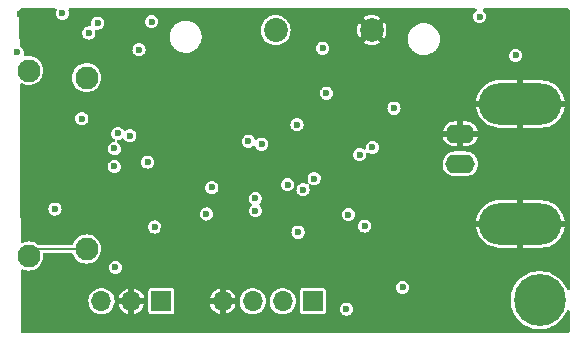
<source format=gbr>
%TF.GenerationSoftware,KiCad,Pcbnew,(6.0.4-0)*%
%TF.CreationDate,2023-05-15T15:29:42-05:00*%
%TF.ProjectId,voltage_sense,766f6c74-6167-4655-9f73-656e73652e6b,rev?*%
%TF.SameCoordinates,Original*%
%TF.FileFunction,Copper,L2,Inr*%
%TF.FilePolarity,Positive*%
%FSLAX46Y46*%
G04 Gerber Fmt 4.6, Leading zero omitted, Abs format (unit mm)*
G04 Created by KiCad (PCBNEW (6.0.4-0)) date 2023-05-15 15:29:42*
%MOMM*%
%LPD*%
G01*
G04 APERTURE LIST*
%TA.AperFunction,ComponentPad*%
%ADD10R,1.700000X1.700000*%
%TD*%
%TA.AperFunction,ComponentPad*%
%ADD11O,1.700000X1.700000*%
%TD*%
%TA.AperFunction,ComponentPad*%
%ADD12C,2.000000*%
%TD*%
%TA.AperFunction,ComponentPad*%
%ADD13O,2.500000X1.600000*%
%TD*%
%TA.AperFunction,ComponentPad*%
%ADD14O,7.000000X3.500000*%
%TD*%
%TA.AperFunction,ComponentPad*%
%ADD15C,1.950000*%
%TD*%
%TA.AperFunction,ComponentPad*%
%ADD16C,4.400000*%
%TD*%
%TA.AperFunction,ComponentPad*%
%ADD17C,2.020000*%
%TD*%
%TA.AperFunction,ViaPad*%
%ADD18C,0.600000*%
%TD*%
%TA.AperFunction,Conductor*%
%ADD19C,0.127000*%
%TD*%
G04 APERTURE END LIST*
D10*
%TO.N,+5V*%
%TO.C,J2*%
X25999600Y3270100D03*
D11*
%TO.N,-15V*%
X23459600Y3270100D03*
%TO.N,+15V*%
X20919600Y3270100D03*
%TO.N,GND*%
X18379600Y3270100D03*
%TD*%
D10*
%TO.N,/vsense/CAL_ADC*%
%TO.C,J1*%
X13193000Y3270100D03*
D11*
%TO.N,GND*%
X10653000Y3270100D03*
%TO.N,/vsense/AMP_OUT*%
X8113000Y3270100D03*
%TD*%
D12*
%TO.N,GND*%
%TO.C,TP9*%
X30988000Y26225500D03*
%TD*%
D13*
%TO.N,Net-(U2-Pad3)*%
%TO.C,J5*%
X38501200Y14897100D03*
D14*
%TO.N,GND*%
X43581200Y19977100D03*
D13*
X38501200Y17437100D03*
D14*
X43581200Y9817100D03*
%TD*%
D15*
%TO.N,Net-(FB1-Pad1)*%
%TO.C,J4*%
X6860800Y7697900D03*
X1960800Y7097900D03*
X6860800Y22197900D03*
X1960800Y22797900D03*
%TD*%
D16*
%TO.N,Net-(R71-Pad1)*%
%TO.C,H3*%
X45212000Y3365500D03*
%TD*%
D17*
%TO.N,Net-(C1-Pad2)*%
%TO.C,TP2*%
X22860000Y26225500D03*
%TD*%
D18*
%TO.N,Net-(C19-Pad1)*%
X7044500Y25980900D03*
%TO.N,Net-(IC1-Pad6)*%
X16997000Y10660500D03*
%TO.N,Net-(R6-Pad1)*%
X24760800Y9117300D03*
%TO.N,/vsense/AMP_OUT*%
X10519600Y17277600D03*
%TO.N,+3V3*%
X26835400Y24692300D03*
X20557200Y16822700D03*
X7786100Y26817500D03*
%TO.N,/vsense/SDA*%
X27145300Y20883500D03*
X9497900Y17481100D03*
X17461000Y12907500D03*
%TO.N,Net-(R8-Pad2)*%
X21135900Y11986300D03*
%TO.N,Net-(C7-Pad2)*%
X29015900Y10612100D03*
X12014500Y15049500D03*
%TO.N,Net-(C7-Pad1)*%
X30407500Y9637600D03*
%TO.N,-15V*%
X32882800Y19617800D03*
X28860000Y2603500D03*
X21155600Y10948800D03*
X43180000Y24079700D03*
X9280900Y6142700D03*
X9213800Y16204500D03*
X21667200Y16571300D03*
X31059000Y16288000D03*
%TO.N,+15V*%
X26119800Y13651500D03*
X1001600Y24328600D03*
X40132000Y27366500D03*
X25183900Y12707700D03*
X33611100Y4434900D03*
X24669300Y18225900D03*
X29972000Y15679600D03*
X9194300Y14696700D03*
%TO.N,+5V*%
X12630000Y9556400D03*
X6452300Y18730300D03*
X23875800Y13143600D03*
X4813000Y27643500D03*
X4172600Y11069800D03*
X11297500Y24574800D03*
X12363200Y26952500D03*
%TO.N,GND*%
X13344100Y9239300D03*
X26877600Y7267500D03*
X6448500Y12322900D03*
X3660100Y25165600D03*
X7231000Y24839100D03*
X3377500Y2522400D03*
X10351000Y22299100D03*
X6458100Y10797900D03*
X27166300Y23487300D03*
X9281900Y7577300D03*
X1257000Y27614400D03*
X20181800Y24901800D03*
X19198700Y7706200D03*
X1765000Y10107900D03*
X6363000Y27610100D03*
X10230100Y26058700D03*
X21631300Y13206200D03*
X29063300Y12593800D03*
X29972000Y23189600D03*
X40263000Y5390400D03*
X40132000Y24072200D03*
X43180000Y27363900D03*
X26692000Y22691800D03*
X28893200Y27419700D03*
X29627600Y19551600D03*
X19129700Y10036200D03*
%TD*%
D19*
%TO.N,Net-(FB1-Pad1)*%
X2560800Y7697900D02*
X1960800Y7097900D01*
X6860800Y7697900D02*
X2560800Y7697900D01*
%TD*%
%TA.AperFunction,Conductor*%
%TO.N,GND*%
G36*
X4266124Y28042998D02*
G01*
X4312617Y27989342D01*
X4322721Y27919068D01*
X4314412Y27888782D01*
X4272772Y27788254D01*
X4271695Y27780070D01*
X4271694Y27780068D01*
X4269973Y27766997D01*
X4253715Y27643500D01*
X4272772Y27498746D01*
X4328645Y27363858D01*
X4417526Y27248026D01*
X4424076Y27243000D01*
X4424079Y27242997D01*
X4526804Y27164173D01*
X4533357Y27159145D01*
X4668246Y27103272D01*
X4676434Y27102194D01*
X4734983Y27094486D01*
X4813000Y27084215D01*
X4821188Y27085293D01*
X4849863Y27089068D01*
X4891017Y27094486D01*
X4949566Y27102194D01*
X4957754Y27103272D01*
X5092643Y27159145D01*
X5099196Y27164173D01*
X5201921Y27242997D01*
X5201924Y27243000D01*
X5208474Y27248026D01*
X5297355Y27363858D01*
X5353228Y27498746D01*
X5372285Y27643500D01*
X5356027Y27766997D01*
X5354306Y27780068D01*
X5354305Y27780070D01*
X5353228Y27788254D01*
X5311588Y27888782D01*
X5303999Y27959371D01*
X5335778Y28022858D01*
X5396836Y28059086D01*
X5427997Y28063000D01*
X39757646Y28063000D01*
X39825767Y28042998D01*
X39872260Y27989342D01*
X39882364Y27919068D01*
X39852870Y27854488D01*
X39834350Y27837037D01*
X39760107Y27780068D01*
X39736526Y27761974D01*
X39647645Y27646142D01*
X39591772Y27511254D01*
X39590695Y27503070D01*
X39590694Y27503068D01*
X39585517Y27463742D01*
X39572715Y27366500D01*
X39573793Y27358312D01*
X39584927Y27273742D01*
X39591772Y27221746D01*
X39594931Y27214120D01*
X39643339Y27097254D01*
X39647645Y27086858D01*
X39685980Y27036899D01*
X39729556Y26980110D01*
X39736526Y26971026D01*
X39743076Y26966000D01*
X39743079Y26965997D01*
X39831573Y26898093D01*
X39852357Y26882145D01*
X39987246Y26826272D01*
X39995434Y26825194D01*
X40051788Y26817775D01*
X40132000Y26807215D01*
X40140188Y26808293D01*
X40268566Y26825194D01*
X40276754Y26826272D01*
X40411643Y26882145D01*
X40432427Y26898093D01*
X40520921Y26965997D01*
X40520924Y26966000D01*
X40527474Y26971026D01*
X40534445Y26980110D01*
X40578020Y27036899D01*
X40616355Y27086858D01*
X40620662Y27097254D01*
X40669069Y27214120D01*
X40672228Y27221746D01*
X40679074Y27273742D01*
X40690207Y27358312D01*
X40691285Y27366500D01*
X40678483Y27463742D01*
X40673306Y27503068D01*
X40673305Y27503070D01*
X40672228Y27511254D01*
X40616355Y27646142D01*
X40527474Y27761974D01*
X40429648Y27837039D01*
X40387782Y27894376D01*
X40383561Y27965247D01*
X40418326Y28027150D01*
X40481039Y28060431D01*
X40506354Y28063000D01*
X47619500Y28063000D01*
X47687621Y28042998D01*
X47734114Y27989342D01*
X47745500Y27937000D01*
X47745500Y4306651D01*
X47725498Y4238530D01*
X47671842Y4192037D01*
X47601568Y4181933D01*
X47536988Y4211427D01*
X47502277Y4263777D01*
X47501329Y4263402D01*
X47499875Y4267074D01*
X47498649Y4270848D01*
X47367147Y4550302D01*
X47201658Y4811071D01*
X47004791Y5049043D01*
X46779651Y5260464D01*
X46776447Y5262792D01*
X46532996Y5439669D01*
X46532991Y5439672D01*
X46529787Y5442000D01*
X46383418Y5522467D01*
X46262604Y5588886D01*
X46262601Y5588888D01*
X46259142Y5590789D01*
X45971982Y5704484D01*
X45672837Y5781291D01*
X45366424Y5820000D01*
X45057576Y5820000D01*
X44751163Y5781291D01*
X44452018Y5704484D01*
X44164858Y5590789D01*
X44161399Y5588888D01*
X44161396Y5588886D01*
X44040582Y5522467D01*
X43894213Y5442000D01*
X43891009Y5439672D01*
X43891004Y5439669D01*
X43647553Y5262792D01*
X43644349Y5260464D01*
X43419209Y5049043D01*
X43222342Y4811071D01*
X43056853Y4550302D01*
X42925351Y4270848D01*
X42829912Y3977116D01*
X42772040Y3673739D01*
X42752647Y3365500D01*
X42772040Y3057261D01*
X42829912Y2753884D01*
X42925351Y2460152D01*
X43056853Y2180698D01*
X43222342Y1919929D01*
X43419209Y1681957D01*
X43644349Y1470536D01*
X43647551Y1468209D01*
X43647553Y1468208D01*
X43891004Y1291331D01*
X43891009Y1291328D01*
X43894213Y1289000D01*
X44164858Y1140211D01*
X44452018Y1026516D01*
X44751163Y949709D01*
X45057576Y911000D01*
X45366424Y911000D01*
X45672837Y949709D01*
X45971982Y1026516D01*
X46259142Y1140211D01*
X46529787Y1289000D01*
X46532991Y1291328D01*
X46532996Y1291331D01*
X46776447Y1468208D01*
X46776449Y1468209D01*
X46779651Y1470536D01*
X47004791Y1681957D01*
X47201658Y1919929D01*
X47367147Y2180698D01*
X47498649Y2460152D01*
X47499876Y2463927D01*
X47501329Y2467598D01*
X47502341Y2467197D01*
X47539741Y2521891D01*
X47605138Y2549528D01*
X47675095Y2537421D01*
X47727400Y2489414D01*
X47745500Y2424349D01*
X47745500Y698000D01*
X47725498Y629879D01*
X47671842Y583386D01*
X47619500Y572000D01*
X1433418Y572000D01*
X1365297Y592002D01*
X1318804Y645658D01*
X1307420Y697319D01*
X1300793Y1923273D01*
X1293356Y3299136D01*
X7004148Y3299136D01*
X7017424Y3096578D01*
X7018845Y3090982D01*
X7018846Y3090977D01*
X7043875Y2992428D01*
X7067392Y2899831D01*
X7069809Y2894588D01*
X7106912Y2814106D01*
X7152377Y2715484D01*
X7155710Y2710768D01*
X7237306Y2595312D01*
X7269533Y2549711D01*
X7414938Y2408065D01*
X7583720Y2295288D01*
X7589023Y2293010D01*
X7589026Y2293008D01*
X7720283Y2236616D01*
X7770228Y2215158D01*
X7823972Y2202997D01*
X7962579Y2171633D01*
X7962584Y2171632D01*
X7968216Y2170358D01*
X7973987Y2170131D01*
X7973989Y2170131D01*
X8033756Y2167783D01*
X8171053Y2162388D01*
X8278348Y2177945D01*
X8366231Y2190687D01*
X8366236Y2190688D01*
X8371945Y2191516D01*
X8377409Y2193371D01*
X8377414Y2193372D01*
X8558693Y2254908D01*
X8558698Y2254910D01*
X8564165Y2256766D01*
X8570019Y2260044D01*
X8639470Y2298939D01*
X8741276Y2355953D01*
X8780969Y2388965D01*
X8892913Y2482069D01*
X8897345Y2485755D01*
X9027147Y2641824D01*
X9089904Y2753884D01*
X9123510Y2813892D01*
X9123511Y2813894D01*
X9126334Y2818935D01*
X9128190Y2824402D01*
X9128192Y2824407D01*
X9188863Y3003138D01*
X9581671Y3003138D01*
X9606443Y2905598D01*
X9610284Y2894752D01*
X9690394Y2720980D01*
X9696145Y2711019D01*
X9806579Y2554757D01*
X9814057Y2546002D01*
X9951114Y2412488D01*
X9960058Y2405245D01*
X10119156Y2298939D01*
X10129266Y2293449D01*
X10305077Y2217915D01*
X10316020Y2214360D01*
X10381332Y2199581D01*
X10395405Y2200470D01*
X10398828Y2209419D01*
X10907000Y2209419D01*
X10910966Y2195913D01*
X10919672Y2194667D01*
X11098497Y2255370D01*
X11108994Y2260044D01*
X11275958Y2353548D01*
X11285430Y2360058D01*
X11432553Y2482418D01*
X11440682Y2490547D01*
X11563042Y2637670D01*
X11569552Y2647142D01*
X11663056Y2814106D01*
X11667730Y2824603D01*
X11728443Y3003456D01*
X11727210Y3012107D01*
X11713642Y3016100D01*
X10925115Y3016100D01*
X10909876Y3011625D01*
X10908671Y3010235D01*
X10907000Y3002552D01*
X10907000Y2209419D01*
X10398828Y2209419D01*
X10399000Y2209868D01*
X10399000Y2997985D01*
X10394525Y3013224D01*
X10393135Y3014429D01*
X10385452Y3016100D01*
X9596494Y3016100D01*
X9582963Y3012127D01*
X9581671Y3003138D01*
X9188863Y3003138D01*
X9189728Y3005686D01*
X9189729Y3005691D01*
X9191584Y3011155D01*
X9192412Y3016864D01*
X9192413Y3016869D01*
X9210806Y3143728D01*
X9220712Y3212047D01*
X9222232Y3270100D01*
X9203658Y3472241D01*
X9202090Y3477801D01*
X9188129Y3527301D01*
X9580943Y3527301D01*
X9587675Y3524100D01*
X10380885Y3524100D01*
X10396124Y3528575D01*
X10397329Y3529965D01*
X10399000Y3537648D01*
X10399000Y3542215D01*
X10907000Y3542215D01*
X10911475Y3526976D01*
X10912865Y3525771D01*
X10920548Y3524100D01*
X11710398Y3524100D01*
X11723929Y3528073D01*
X11725098Y3536208D01*
X11689658Y3661869D01*
X11685533Y3672616D01*
X11600903Y3844229D01*
X11594893Y3854037D01*
X11480400Y4007361D01*
X11472710Y4015901D01*
X11332872Y4145167D01*
X12088500Y4145167D01*
X12088501Y2395034D01*
X12103266Y2320799D01*
X12110161Y2310480D01*
X12110162Y2310478D01*
X12150516Y2250085D01*
X12159516Y2236616D01*
X12243699Y2180366D01*
X12317933Y2165600D01*
X13192858Y2165600D01*
X14068066Y2165601D01*
X14103818Y2172712D01*
X14130126Y2177944D01*
X14130128Y2177945D01*
X14142301Y2180366D01*
X14152621Y2187261D01*
X14152622Y2187262D01*
X14216168Y2229723D01*
X14226484Y2236616D01*
X14282734Y2320799D01*
X14297500Y2395033D01*
X14297499Y3003138D01*
X17308271Y3003138D01*
X17333043Y2905598D01*
X17336884Y2894752D01*
X17416994Y2720980D01*
X17422745Y2711019D01*
X17533179Y2554757D01*
X17540657Y2546002D01*
X17677714Y2412488D01*
X17686658Y2405245D01*
X17845756Y2298939D01*
X17855866Y2293449D01*
X18031677Y2217915D01*
X18042620Y2214360D01*
X18107932Y2199581D01*
X18122005Y2200470D01*
X18125428Y2209419D01*
X18633600Y2209419D01*
X18637566Y2195913D01*
X18646272Y2194667D01*
X18825097Y2255370D01*
X18835594Y2260044D01*
X19002558Y2353548D01*
X19012030Y2360058D01*
X19159153Y2482418D01*
X19167282Y2490547D01*
X19289642Y2637670D01*
X19296152Y2647142D01*
X19389656Y2814106D01*
X19394330Y2824603D01*
X19455043Y3003456D01*
X19453810Y3012107D01*
X19440242Y3016100D01*
X18651715Y3016100D01*
X18636476Y3011625D01*
X18635271Y3010235D01*
X18633600Y3002552D01*
X18633600Y2209419D01*
X18125428Y2209419D01*
X18125600Y2209868D01*
X18125600Y2997985D01*
X18121125Y3013224D01*
X18119735Y3014429D01*
X18112052Y3016100D01*
X17323094Y3016100D01*
X17309563Y3012127D01*
X17308271Y3003138D01*
X14297499Y3003138D01*
X14297499Y3299136D01*
X19810748Y3299136D01*
X19824024Y3096578D01*
X19825445Y3090982D01*
X19825446Y3090977D01*
X19850475Y2992428D01*
X19873992Y2899831D01*
X19876409Y2894588D01*
X19913512Y2814106D01*
X19958977Y2715484D01*
X19962310Y2710768D01*
X20043906Y2595312D01*
X20076133Y2549711D01*
X20221538Y2408065D01*
X20390320Y2295288D01*
X20395623Y2293010D01*
X20395626Y2293008D01*
X20526883Y2236616D01*
X20576828Y2215158D01*
X20630572Y2202997D01*
X20769179Y2171633D01*
X20769184Y2171632D01*
X20774816Y2170358D01*
X20780587Y2170131D01*
X20780589Y2170131D01*
X20840356Y2167783D01*
X20977653Y2162388D01*
X21084948Y2177945D01*
X21172831Y2190687D01*
X21172836Y2190688D01*
X21178545Y2191516D01*
X21184009Y2193371D01*
X21184014Y2193372D01*
X21365293Y2254908D01*
X21365298Y2254910D01*
X21370765Y2256766D01*
X21376619Y2260044D01*
X21446070Y2298939D01*
X21547876Y2355953D01*
X21587569Y2388965D01*
X21699513Y2482069D01*
X21703945Y2485755D01*
X21833747Y2641824D01*
X21896504Y2753884D01*
X21930110Y2813892D01*
X21930111Y2813894D01*
X21932934Y2818935D01*
X21934790Y2824402D01*
X21934792Y2824407D01*
X21996328Y3005686D01*
X21996329Y3005691D01*
X21998184Y3011155D01*
X21999012Y3016864D01*
X21999013Y3016869D01*
X22017406Y3143728D01*
X22027312Y3212047D01*
X22028832Y3270100D01*
X22026164Y3299136D01*
X22350748Y3299136D01*
X22364024Y3096578D01*
X22365445Y3090982D01*
X22365446Y3090977D01*
X22390475Y2992428D01*
X22413992Y2899831D01*
X22416409Y2894588D01*
X22453512Y2814106D01*
X22498977Y2715484D01*
X22502310Y2710768D01*
X22583906Y2595312D01*
X22616133Y2549711D01*
X22761538Y2408065D01*
X22930320Y2295288D01*
X22935623Y2293010D01*
X22935626Y2293008D01*
X23066883Y2236616D01*
X23116828Y2215158D01*
X23170572Y2202997D01*
X23309179Y2171633D01*
X23309184Y2171632D01*
X23314816Y2170358D01*
X23320587Y2170131D01*
X23320589Y2170131D01*
X23380356Y2167783D01*
X23517653Y2162388D01*
X23624948Y2177945D01*
X23712831Y2190687D01*
X23712836Y2190688D01*
X23718545Y2191516D01*
X23724009Y2193371D01*
X23724014Y2193372D01*
X23905293Y2254908D01*
X23905298Y2254910D01*
X23910765Y2256766D01*
X23916619Y2260044D01*
X23986070Y2298939D01*
X24087876Y2355953D01*
X24127569Y2388965D01*
X24239513Y2482069D01*
X24243945Y2485755D01*
X24373747Y2641824D01*
X24436504Y2753884D01*
X24470110Y2813892D01*
X24470111Y2813894D01*
X24472934Y2818935D01*
X24474790Y2824402D01*
X24474792Y2824407D01*
X24536328Y3005686D01*
X24536329Y3005691D01*
X24538184Y3011155D01*
X24539012Y3016864D01*
X24539013Y3016869D01*
X24557406Y3143728D01*
X24567312Y3212047D01*
X24568832Y3270100D01*
X24550258Y3472241D01*
X24548690Y3477801D01*
X24496725Y3662054D01*
X24496724Y3662056D01*
X24495157Y3667613D01*
X24484578Y3689067D01*
X24407931Y3844491D01*
X24405376Y3849672D01*
X24283920Y4012321D01*
X24140209Y4145167D01*
X24895100Y4145167D01*
X24895101Y2395034D01*
X24909866Y2320799D01*
X24916761Y2310480D01*
X24916762Y2310478D01*
X24957116Y2250085D01*
X24966116Y2236616D01*
X25050299Y2180366D01*
X25124533Y2165600D01*
X25999458Y2165600D01*
X26874666Y2165601D01*
X26910418Y2172712D01*
X26936726Y2177944D01*
X26936728Y2177945D01*
X26948901Y2180366D01*
X26959221Y2187261D01*
X26959222Y2187262D01*
X27022768Y2229723D01*
X27033084Y2236616D01*
X27089334Y2320799D01*
X27104100Y2395033D01*
X27104100Y2603500D01*
X28300715Y2603500D01*
X28301793Y2595312D01*
X28318607Y2467598D01*
X28319772Y2458746D01*
X28322931Y2451120D01*
X28371870Y2332972D01*
X28375645Y2323858D01*
X28464526Y2208026D01*
X28471076Y2203000D01*
X28471079Y2202997D01*
X28573804Y2124173D01*
X28580357Y2119145D01*
X28715246Y2063272D01*
X28860000Y2044215D01*
X28868188Y2045293D01*
X28996566Y2062194D01*
X29004754Y2063272D01*
X29139643Y2119145D01*
X29146196Y2124173D01*
X29248921Y2202997D01*
X29248924Y2203000D01*
X29255474Y2208026D01*
X29344355Y2323858D01*
X29348131Y2332972D01*
X29397069Y2451120D01*
X29400228Y2458746D01*
X29401394Y2467598D01*
X29418207Y2595312D01*
X29419285Y2603500D01*
X29414824Y2637382D01*
X29401306Y2740068D01*
X29401305Y2740070D01*
X29400228Y2748254D01*
X29344355Y2883142D01*
X29255474Y2998974D01*
X29248924Y3004000D01*
X29248921Y3004003D01*
X29146196Y3082827D01*
X29146194Y3082828D01*
X29139643Y3087855D01*
X29004754Y3143728D01*
X28860000Y3162785D01*
X28851812Y3161707D01*
X28723432Y3144806D01*
X28723430Y3144805D01*
X28715246Y3143728D01*
X28667430Y3123922D01*
X28587986Y3091015D01*
X28587984Y3091014D01*
X28580358Y3087855D01*
X28464526Y2998974D01*
X28375645Y2883142D01*
X28319772Y2748254D01*
X28318695Y2740070D01*
X28318694Y2740068D01*
X28305176Y2637382D01*
X28300715Y2603500D01*
X27104100Y2603500D01*
X27104099Y4145166D01*
X27089334Y4219401D01*
X27076553Y4238530D01*
X27039977Y4293268D01*
X27033084Y4303584D01*
X26948901Y4359834D01*
X26874667Y4374600D01*
X25999742Y4374600D01*
X25124534Y4374599D01*
X25088782Y4367488D01*
X25062474Y4362256D01*
X25062472Y4362255D01*
X25050299Y4359834D01*
X25039979Y4352939D01*
X25039978Y4352938D01*
X24998828Y4325442D01*
X24966116Y4303584D01*
X24909866Y4219401D01*
X24895100Y4145167D01*
X24140209Y4145167D01*
X24134858Y4150113D01*
X24129975Y4153194D01*
X24129971Y4153197D01*
X23984328Y4245090D01*
X23963181Y4258433D01*
X23774639Y4333654D01*
X23768979Y4334780D01*
X23768975Y4334781D01*
X23581213Y4372129D01*
X23581210Y4372129D01*
X23575546Y4373256D01*
X23569771Y4373332D01*
X23569767Y4373332D01*
X23468393Y4374659D01*
X23372571Y4375913D01*
X23366874Y4374934D01*
X23366873Y4374934D01*
X23278997Y4359834D01*
X23172510Y4341536D01*
X22982063Y4271276D01*
X22807610Y4167488D01*
X22803270Y4163682D01*
X22803266Y4163679D01*
X22669054Y4045977D01*
X22654992Y4033645D01*
X22529320Y3874231D01*
X22526631Y3869120D01*
X22526629Y3869117D01*
X22513673Y3844491D01*
X22434803Y3694585D01*
X22374607Y3500722D01*
X22350748Y3299136D01*
X22026164Y3299136D01*
X22010258Y3472241D01*
X22008690Y3477801D01*
X21956725Y3662054D01*
X21956724Y3662056D01*
X21955157Y3667613D01*
X21944578Y3689067D01*
X21867931Y3844491D01*
X21865376Y3849672D01*
X21743920Y4012321D01*
X21594858Y4150113D01*
X21589975Y4153194D01*
X21589971Y4153197D01*
X21444328Y4245090D01*
X21423181Y4258433D01*
X21234639Y4333654D01*
X21228979Y4334780D01*
X21228975Y4334781D01*
X21041213Y4372129D01*
X21041210Y4372129D01*
X21035546Y4373256D01*
X21029771Y4373332D01*
X21029767Y4373332D01*
X20928393Y4374659D01*
X20832571Y4375913D01*
X20826874Y4374934D01*
X20826873Y4374934D01*
X20738997Y4359834D01*
X20632510Y4341536D01*
X20442063Y4271276D01*
X20267610Y4167488D01*
X20263270Y4163682D01*
X20263266Y4163679D01*
X20129054Y4045977D01*
X20114992Y4033645D01*
X19989320Y3874231D01*
X19986631Y3869120D01*
X19986629Y3869117D01*
X19973673Y3844491D01*
X19894803Y3694585D01*
X19834607Y3500722D01*
X19810748Y3299136D01*
X14297499Y3299136D01*
X14297499Y3527301D01*
X17307543Y3527301D01*
X17314275Y3524100D01*
X18107485Y3524100D01*
X18122724Y3528575D01*
X18123929Y3529965D01*
X18125600Y3537648D01*
X18125600Y3542215D01*
X18633600Y3542215D01*
X18638075Y3526976D01*
X18639465Y3525771D01*
X18647148Y3524100D01*
X19436998Y3524100D01*
X19450529Y3528073D01*
X19451698Y3536208D01*
X19416258Y3661869D01*
X19412133Y3672616D01*
X19327503Y3844229D01*
X19321493Y3854037D01*
X19207000Y4007361D01*
X19199310Y4015901D01*
X19058792Y4145796D01*
X19049667Y4152797D01*
X18887836Y4254905D01*
X18877589Y4260126D01*
X18699860Y4331032D01*
X18688832Y4334299D01*
X18651369Y4341750D01*
X18638494Y4340598D01*
X18633600Y4325442D01*
X18633600Y3542215D01*
X18125600Y3542215D01*
X18125600Y4328600D01*
X18121794Y4341562D01*
X18106879Y4343498D01*
X18098332Y4342029D01*
X18087220Y4339052D01*
X17907695Y4272821D01*
X17897317Y4267871D01*
X17732873Y4170037D01*
X17723561Y4163271D01*
X17579697Y4037106D01*
X17571780Y4028763D01*
X17453318Y3878495D01*
X17447050Y3868844D01*
X17357958Y3699508D01*
X17353553Y3688873D01*
X17307762Y3541402D01*
X17307543Y3527301D01*
X14297499Y3527301D01*
X14297499Y4145166D01*
X14282734Y4219401D01*
X14269953Y4238530D01*
X14233377Y4293268D01*
X14226484Y4303584D01*
X14142301Y4359834D01*
X14068067Y4374600D01*
X13193142Y4374600D01*
X12317934Y4374599D01*
X12282182Y4367488D01*
X12255874Y4362256D01*
X12255872Y4362255D01*
X12243699Y4359834D01*
X12233379Y4352939D01*
X12233378Y4352938D01*
X12192228Y4325442D01*
X12159516Y4303584D01*
X12103266Y4219401D01*
X12088500Y4145167D01*
X11332872Y4145167D01*
X11332192Y4145796D01*
X11323067Y4152797D01*
X11161236Y4254905D01*
X11150989Y4260126D01*
X10973260Y4331032D01*
X10962232Y4334299D01*
X10924769Y4341750D01*
X10911894Y4340598D01*
X10907000Y4325442D01*
X10907000Y3542215D01*
X10399000Y3542215D01*
X10399000Y4328600D01*
X10395194Y4341562D01*
X10380279Y4343498D01*
X10371732Y4342029D01*
X10360620Y4339052D01*
X10181095Y4272821D01*
X10170717Y4267871D01*
X10006273Y4170037D01*
X9996961Y4163271D01*
X9853097Y4037106D01*
X9845180Y4028763D01*
X9726718Y3878495D01*
X9720450Y3868844D01*
X9631358Y3699508D01*
X9626953Y3688873D01*
X9581162Y3541402D01*
X9580943Y3527301D01*
X9188129Y3527301D01*
X9150125Y3662054D01*
X9150124Y3662056D01*
X9148557Y3667613D01*
X9137978Y3689067D01*
X9061331Y3844491D01*
X9058776Y3849672D01*
X8937320Y4012321D01*
X8788258Y4150113D01*
X8783375Y4153194D01*
X8783371Y4153197D01*
X8637728Y4245090D01*
X8616581Y4258433D01*
X8428039Y4333654D01*
X8422379Y4334780D01*
X8422375Y4334781D01*
X8234613Y4372129D01*
X8234610Y4372129D01*
X8228946Y4373256D01*
X8223171Y4373332D01*
X8223167Y4373332D01*
X8121793Y4374659D01*
X8025971Y4375913D01*
X8020274Y4374934D01*
X8020273Y4374934D01*
X7932397Y4359834D01*
X7825910Y4341536D01*
X7635463Y4271276D01*
X7461010Y4167488D01*
X7456670Y4163682D01*
X7456666Y4163679D01*
X7322454Y4045977D01*
X7308392Y4033645D01*
X7182720Y3874231D01*
X7180031Y3869120D01*
X7180029Y3869117D01*
X7167073Y3844491D01*
X7088203Y3694585D01*
X7028007Y3500722D01*
X7004148Y3299136D01*
X1293356Y3299136D01*
X1287217Y4434900D01*
X33051815Y4434900D01*
X33052893Y4426712D01*
X33064042Y4342029D01*
X33070872Y4290146D01*
X33090678Y4242330D01*
X33115696Y4181933D01*
X33126745Y4155258D01*
X33215626Y4039426D01*
X33222176Y4034400D01*
X33222179Y4034397D01*
X33291908Y3980892D01*
X33331457Y3950545D01*
X33466346Y3894672D01*
X33611100Y3875615D01*
X33619288Y3876693D01*
X33635050Y3878768D01*
X33755854Y3894672D01*
X33890743Y3950545D01*
X33930292Y3980892D01*
X34000021Y4034397D01*
X34000024Y4034400D01*
X34006574Y4039426D01*
X34095455Y4155258D01*
X34106505Y4181933D01*
X34131522Y4242330D01*
X34151328Y4290146D01*
X34158159Y4342029D01*
X34169307Y4426712D01*
X34170385Y4434900D01*
X34155192Y4550302D01*
X34152406Y4571468D01*
X34152405Y4571470D01*
X34151328Y4579654D01*
X34095455Y4714542D01*
X34006574Y4830374D01*
X34000024Y4835400D01*
X34000021Y4835403D01*
X33897296Y4914227D01*
X33897294Y4914228D01*
X33890743Y4919255D01*
X33755854Y4975128D01*
X33611100Y4994185D01*
X33602912Y4993107D01*
X33474532Y4976206D01*
X33474530Y4976205D01*
X33466346Y4975128D01*
X33418530Y4955322D01*
X33339086Y4922415D01*
X33339084Y4922414D01*
X33331458Y4919255D01*
X33215626Y4830374D01*
X33126745Y4714542D01*
X33070872Y4579654D01*
X33069795Y4571470D01*
X33069794Y4571468D01*
X33067008Y4550302D01*
X33051815Y4434900D01*
X1287217Y4434900D01*
X1279511Y5860530D01*
X1299143Y5928755D01*
X1352547Y5975537D01*
X1422765Y5986021D01*
X1458758Y5975403D01*
X1533698Y5940458D01*
X1538680Y5938135D01*
X1543988Y5936713D01*
X1543990Y5936712D01*
X1608732Y5919365D01*
X1746484Y5882454D01*
X1960800Y5863704D01*
X2175116Y5882454D01*
X2312868Y5919365D01*
X2377610Y5936712D01*
X2377612Y5936713D01*
X2382920Y5938135D01*
X2387902Y5940458D01*
X2572911Y6026729D01*
X2572916Y6026732D01*
X2577898Y6029055D01*
X2582407Y6032212D01*
X2740201Y6142700D01*
X8721615Y6142700D01*
X8722693Y6134512D01*
X8736883Y6026729D01*
X8740672Y5997946D01*
X8796545Y5863058D01*
X8885426Y5747226D01*
X8891976Y5742200D01*
X8891979Y5742197D01*
X8994704Y5663373D01*
X9001257Y5658345D01*
X9136146Y5602472D01*
X9280900Y5583415D01*
X9289088Y5584493D01*
X9417466Y5601394D01*
X9425654Y5602472D01*
X9560543Y5658345D01*
X9567096Y5663373D01*
X9669821Y5742197D01*
X9669824Y5742200D01*
X9676374Y5747226D01*
X9765255Y5863058D01*
X9821128Y5997946D01*
X9824918Y6026729D01*
X9839107Y6134512D01*
X9840185Y6142700D01*
X9821128Y6287454D01*
X9765255Y6422342D01*
X9676374Y6538174D01*
X9669824Y6543200D01*
X9669821Y6543203D01*
X9567096Y6622027D01*
X9567094Y6622028D01*
X9560543Y6627055D01*
X9425654Y6682928D01*
X9280900Y6701985D01*
X9272712Y6700907D01*
X9144332Y6684006D01*
X9144330Y6684005D01*
X9136146Y6682928D01*
X9106862Y6670798D01*
X9008886Y6630215D01*
X9008884Y6630214D01*
X9001258Y6627055D01*
X8885426Y6538174D01*
X8796545Y6422342D01*
X8740672Y6287454D01*
X8721615Y6142700D01*
X2740201Y6142700D01*
X2749615Y6149292D01*
X2749618Y6149294D01*
X2754126Y6152451D01*
X2906249Y6304574D01*
X3018009Y6464183D01*
X3026488Y6476293D01*
X3026489Y6476295D01*
X3029645Y6480802D01*
X3031968Y6485784D01*
X3031971Y6485789D01*
X3118242Y6670798D01*
X3118243Y6670799D01*
X3120565Y6675780D01*
X3176246Y6883584D01*
X3194996Y7097900D01*
X3182309Y7242919D01*
X3196299Y7312524D01*
X3245698Y7363516D01*
X3307830Y7379900D01*
X5576453Y7379900D01*
X5644574Y7359898D01*
X5691067Y7306242D01*
X5698160Y7286510D01*
X5701035Y7275780D01*
X5703357Y7270799D01*
X5703358Y7270798D01*
X5789629Y7085789D01*
X5789632Y7085784D01*
X5791955Y7080802D01*
X5915351Y6904574D01*
X6067474Y6752451D01*
X6071982Y6749294D01*
X6071985Y6749292D01*
X6239193Y6632212D01*
X6243702Y6629055D01*
X6248684Y6626732D01*
X6248689Y6626729D01*
X6433698Y6540458D01*
X6438680Y6538135D01*
X6443988Y6536713D01*
X6443990Y6536712D01*
X6462964Y6531628D01*
X6646484Y6482454D01*
X6860800Y6463704D01*
X7075116Y6482454D01*
X7258636Y6531628D01*
X7277610Y6536712D01*
X7277612Y6536713D01*
X7282920Y6538135D01*
X7287902Y6540458D01*
X7472911Y6626729D01*
X7472916Y6626732D01*
X7477898Y6629055D01*
X7482407Y6632212D01*
X7649615Y6749292D01*
X7649618Y6749294D01*
X7654126Y6752451D01*
X7806249Y6904574D01*
X7929645Y7080802D01*
X7931968Y7085784D01*
X7931971Y7085789D01*
X8018242Y7270798D01*
X8018243Y7270799D01*
X8020565Y7275780D01*
X8076246Y7483584D01*
X8094996Y7697900D01*
X8076246Y7912216D01*
X8020565Y8120020D01*
X7981630Y8203517D01*
X7931971Y8310011D01*
X7931968Y8310016D01*
X7929645Y8314998D01*
X7920305Y8328337D01*
X7809408Y8486715D01*
X7809406Y8486718D01*
X7806249Y8491226D01*
X7654126Y8643349D01*
X7649618Y8646506D01*
X7649615Y8646508D01*
X7482407Y8763588D01*
X7482405Y8763589D01*
X7477898Y8766745D01*
X7472916Y8769068D01*
X7472911Y8769071D01*
X7287902Y8855342D01*
X7287901Y8855343D01*
X7282920Y8857665D01*
X7277612Y8859087D01*
X7277610Y8859088D01*
X7212868Y8876435D01*
X7075116Y8913346D01*
X6860800Y8932096D01*
X6646484Y8913346D01*
X6508732Y8876435D01*
X6443990Y8859088D01*
X6443988Y8859087D01*
X6438680Y8857665D01*
X6433699Y8855343D01*
X6433698Y8855342D01*
X6248689Y8769071D01*
X6248684Y8769068D01*
X6243702Y8766745D01*
X6239195Y8763589D01*
X6239193Y8763588D01*
X6071985Y8646508D01*
X6071982Y8646506D01*
X6067474Y8643349D01*
X5915351Y8491226D01*
X5912194Y8486718D01*
X5912192Y8486715D01*
X5801295Y8328337D01*
X5791955Y8314998D01*
X5789632Y8310016D01*
X5789629Y8310011D01*
X5739970Y8203517D01*
X5701035Y8120020D01*
X5698161Y8109293D01*
X5661211Y8048669D01*
X5597352Y8017645D01*
X5576453Y8015900D01*
X2831953Y8015900D01*
X2763832Y8035902D01*
X2755266Y8042209D01*
X2754126Y8043349D01*
X2577898Y8166745D01*
X2572916Y8169068D01*
X2572911Y8169071D01*
X2387902Y8255342D01*
X2387901Y8255343D01*
X2382920Y8257665D01*
X2377612Y8259087D01*
X2377610Y8259088D01*
X2274556Y8286701D01*
X2175116Y8313346D01*
X1960800Y8332096D01*
X1746484Y8313346D01*
X1647044Y8286701D01*
X1543990Y8259088D01*
X1543988Y8259087D01*
X1538680Y8257665D01*
X1445422Y8214178D01*
X1375232Y8203517D01*
X1310419Y8232497D01*
X1271562Y8291916D01*
X1266175Y8327692D01*
X1259533Y9556400D01*
X12070715Y9556400D01*
X12089772Y9411646D01*
X12092931Y9404020D01*
X12112011Y9357958D01*
X12145645Y9276758D01*
X12234526Y9160926D01*
X12241076Y9155900D01*
X12241079Y9155897D01*
X12343804Y9077073D01*
X12350357Y9072045D01*
X12485246Y9016172D01*
X12630000Y8997115D01*
X12638188Y8998193D01*
X12766566Y9015094D01*
X12774754Y9016172D01*
X12909643Y9072045D01*
X12916196Y9077073D01*
X12968621Y9117300D01*
X24201515Y9117300D01*
X24202593Y9109112D01*
X24217196Y8998193D01*
X24220572Y8972546D01*
X24223731Y8964920D01*
X24268158Y8857665D01*
X24276445Y8837658D01*
X24365326Y8721826D01*
X24371876Y8716800D01*
X24371879Y8716797D01*
X24467598Y8643349D01*
X24481157Y8632945D01*
X24616046Y8577072D01*
X24760800Y8558015D01*
X24768988Y8559093D01*
X24897366Y8575994D01*
X24905554Y8577072D01*
X25040443Y8632945D01*
X25054002Y8643349D01*
X25149721Y8716797D01*
X25149724Y8716800D01*
X25156274Y8721826D01*
X25245155Y8837658D01*
X25253443Y8857665D01*
X25297869Y8964920D01*
X25301028Y8972546D01*
X25304405Y8998193D01*
X25319007Y9109112D01*
X25320085Y9117300D01*
X25306277Y9222183D01*
X25302106Y9253868D01*
X25302105Y9253870D01*
X25301028Y9262054D01*
X25281222Y9309870D01*
X25248315Y9389314D01*
X25248314Y9389316D01*
X25245155Y9396942D01*
X25156274Y9512774D01*
X25149724Y9517800D01*
X25149721Y9517803D01*
X25046996Y9596627D01*
X25046994Y9596628D01*
X25040443Y9601655D01*
X24953664Y9637600D01*
X29848215Y9637600D01*
X29849293Y9629412D01*
X29859807Y9549552D01*
X29867272Y9492846D01*
X29870431Y9485220D01*
X29904284Y9403493D01*
X29923145Y9357958D01*
X30012026Y9242126D01*
X30018576Y9237100D01*
X30018579Y9237097D01*
X30117847Y9160926D01*
X30127857Y9153245D01*
X30262746Y9097372D01*
X30407500Y9078315D01*
X30415688Y9079393D01*
X30544066Y9096294D01*
X30552254Y9097372D01*
X30687143Y9153245D01*
X30697153Y9160926D01*
X30796421Y9237097D01*
X30796424Y9237100D01*
X30802974Y9242126D01*
X30891855Y9357958D01*
X30910717Y9403493D01*
X30944569Y9485220D01*
X30947728Y9492846D01*
X30954416Y9543640D01*
X39842231Y9543640D01*
X39892419Y9291323D01*
X39894768Y9282737D01*
X39985844Y9023392D01*
X39989379Y9015224D01*
X40116092Y8771288D01*
X40120729Y8763720D01*
X40280559Y8540061D01*
X40286219Y8533219D01*
X40475966Y8334314D01*
X40482535Y8328337D01*
X40698413Y8158152D01*
X40705755Y8153163D01*
X40943469Y8015087D01*
X40951427Y8011188D01*
X41206215Y7907988D01*
X41214677Y7905239D01*
X41481447Y7838973D01*
X41490208Y7837444D01*
X41724605Y7813428D01*
X41731020Y7813100D01*
X43309085Y7813100D01*
X43324324Y7817575D01*
X43325529Y7818965D01*
X43327200Y7826648D01*
X43327200Y7831215D01*
X43835200Y7831215D01*
X43839675Y7815976D01*
X43841065Y7814771D01*
X43848748Y7813100D01*
X45401272Y7813100D01*
X45405722Y7813258D01*
X45609835Y7827710D01*
X45618645Y7828963D01*
X45887370Y7886818D01*
X45895911Y7889300D01*
X46153799Y7984439D01*
X46161901Y7988097D01*
X46403824Y8118632D01*
X46411322Y8123391D01*
X46632426Y8286701D01*
X46639200Y8292486D01*
X46835081Y8485315D01*
X46840969Y8491992D01*
X47007734Y8710508D01*
X47012614Y8717937D01*
X47146926Y8957768D01*
X47150714Y8965818D01*
X47249895Y9222183D01*
X47252507Y9230673D01*
X47314577Y9498466D01*
X47315967Y9507244D01*
X47319242Y9545051D01*
X47316221Y9560014D01*
X47304499Y9563100D01*
X43853315Y9563100D01*
X43838076Y9558625D01*
X43836871Y9557235D01*
X43835200Y9549552D01*
X43835200Y7831215D01*
X43327200Y7831215D01*
X43327200Y9544985D01*
X43322725Y9560224D01*
X43321335Y9561429D01*
X43313652Y9563100D01*
X39856475Y9563100D01*
X39844074Y9559459D01*
X39842231Y9543640D01*
X30954416Y9543640D01*
X30955194Y9549552D01*
X30965707Y9629412D01*
X30966785Y9637600D01*
X30947728Y9782354D01*
X30927922Y9830170D01*
X30895015Y9909614D01*
X30895014Y9909616D01*
X30891855Y9917242D01*
X30802974Y10033074D01*
X30796424Y10038100D01*
X30796421Y10038103D01*
X30729897Y10089149D01*
X39843158Y10089149D01*
X39846179Y10074186D01*
X39857901Y10071100D01*
X43309085Y10071100D01*
X43324324Y10075575D01*
X43325529Y10076965D01*
X43327200Y10084648D01*
X43327200Y10089215D01*
X43835200Y10089215D01*
X43839675Y10073976D01*
X43841065Y10072771D01*
X43848748Y10071100D01*
X47305925Y10071100D01*
X47318326Y10074741D01*
X47320169Y10090560D01*
X47269981Y10342877D01*
X47267632Y10351463D01*
X47176556Y10610808D01*
X47173021Y10618976D01*
X47046308Y10862912D01*
X47041671Y10870480D01*
X46881841Y11094139D01*
X46876181Y11100981D01*
X46686434Y11299886D01*
X46679865Y11305863D01*
X46463987Y11476048D01*
X46456645Y11481037D01*
X46218931Y11619113D01*
X46210973Y11623012D01*
X45956185Y11726212D01*
X45947723Y11728961D01*
X45680953Y11795227D01*
X45672192Y11796756D01*
X45437795Y11820772D01*
X45431380Y11821100D01*
X43853315Y11821100D01*
X43838076Y11816625D01*
X43836871Y11815235D01*
X43835200Y11807552D01*
X43835200Y10089215D01*
X43327200Y10089215D01*
X43327200Y11802985D01*
X43322725Y11818224D01*
X43321335Y11819429D01*
X43313652Y11821100D01*
X41761128Y11821100D01*
X41756678Y11820942D01*
X41552565Y11806490D01*
X41543755Y11805237D01*
X41275030Y11747382D01*
X41266489Y11744900D01*
X41008601Y11649761D01*
X41000499Y11646103D01*
X40758576Y11515568D01*
X40751078Y11510809D01*
X40529974Y11347499D01*
X40523200Y11341714D01*
X40327319Y11148885D01*
X40321431Y11142208D01*
X40154666Y10923692D01*
X40149786Y10916263D01*
X40015474Y10676432D01*
X40011686Y10668382D01*
X39912505Y10412017D01*
X39909893Y10403527D01*
X39847823Y10135734D01*
X39846433Y10126956D01*
X39843158Y10089149D01*
X30729897Y10089149D01*
X30693696Y10116927D01*
X30693694Y10116928D01*
X30687143Y10121955D01*
X30552254Y10177828D01*
X30407500Y10196885D01*
X30399312Y10195807D01*
X30270932Y10178906D01*
X30270930Y10178905D01*
X30262746Y10177828D01*
X30251054Y10172985D01*
X30135486Y10125115D01*
X30135484Y10125114D01*
X30127858Y10121955D01*
X30012026Y10033074D01*
X29923145Y9917242D01*
X29919986Y9909616D01*
X29919985Y9909614D01*
X29887078Y9830170D01*
X29867272Y9782354D01*
X29848215Y9637600D01*
X24953664Y9637600D01*
X24905554Y9657528D01*
X24760800Y9676585D01*
X24752612Y9675507D01*
X24624232Y9658606D01*
X24624230Y9658605D01*
X24616046Y9657528D01*
X24568230Y9637722D01*
X24488786Y9604815D01*
X24488784Y9604814D01*
X24481158Y9601655D01*
X24365326Y9512774D01*
X24276445Y9396942D01*
X24273286Y9389316D01*
X24273285Y9389314D01*
X24240378Y9309870D01*
X24220572Y9262054D01*
X24219495Y9253870D01*
X24219494Y9253868D01*
X24215323Y9222183D01*
X24201515Y9117300D01*
X12968621Y9117300D01*
X13018921Y9155897D01*
X13018924Y9155900D01*
X13025474Y9160926D01*
X13114355Y9276758D01*
X13147990Y9357958D01*
X13167069Y9404020D01*
X13170228Y9411646D01*
X13189285Y9556400D01*
X13177517Y9645788D01*
X13171306Y9692968D01*
X13171305Y9692970D01*
X13170228Y9701154D01*
X13114355Y9836042D01*
X13025474Y9951874D01*
X13018924Y9956900D01*
X13018921Y9956903D01*
X12916196Y10035727D01*
X12916194Y10035728D01*
X12909643Y10040755D01*
X12774754Y10096628D01*
X12630000Y10115685D01*
X12621812Y10114607D01*
X12493432Y10097706D01*
X12493430Y10097705D01*
X12485246Y10096628D01*
X12456324Y10084648D01*
X12357986Y10043915D01*
X12357984Y10043914D01*
X12350358Y10040755D01*
X12234526Y9951874D01*
X12145645Y9836042D01*
X12089772Y9701154D01*
X12088695Y9692970D01*
X12088694Y9692968D01*
X12082483Y9645788D01*
X12070715Y9556400D01*
X1259533Y9556400D01*
X1251353Y11069800D01*
X3613315Y11069800D01*
X3614393Y11061612D01*
X3630385Y10940142D01*
X3632372Y10925046D01*
X3635531Y10917420D01*
X3679102Y10812232D01*
X3688245Y10790158D01*
X3777126Y10674326D01*
X3783676Y10669300D01*
X3783679Y10669297D01*
X3886404Y10590473D01*
X3892957Y10585445D01*
X4027846Y10529572D01*
X4036034Y10528494D01*
X4100223Y10520044D01*
X4172600Y10510515D01*
X4180788Y10511593D01*
X4309166Y10528494D01*
X4317354Y10529572D01*
X4452243Y10585445D01*
X4458796Y10590473D01*
X4550057Y10660500D01*
X16437715Y10660500D01*
X16438793Y10652312D01*
X16455094Y10528494D01*
X16456772Y10515746D01*
X16459931Y10508120D01*
X16508613Y10390593D01*
X16512645Y10380858D01*
X16601526Y10265026D01*
X16608076Y10260000D01*
X16608079Y10259997D01*
X16671155Y10211597D01*
X16717357Y10176145D01*
X16814918Y10135734D01*
X16841834Y10124585D01*
X16852246Y10120272D01*
X16860434Y10119194D01*
X16877654Y10116927D01*
X16997000Y10101215D01*
X17005188Y10102293D01*
X17133566Y10119194D01*
X17141754Y10120272D01*
X17152167Y10124585D01*
X17179082Y10135734D01*
X17276643Y10176145D01*
X17322845Y10211597D01*
X17385921Y10259997D01*
X17385924Y10260000D01*
X17392474Y10265026D01*
X17481355Y10380858D01*
X17485388Y10390593D01*
X17534069Y10508120D01*
X17537228Y10515746D01*
X17538907Y10528494D01*
X17555207Y10652312D01*
X17556285Y10660500D01*
X17540078Y10783607D01*
X17538306Y10797068D01*
X17538305Y10797070D01*
X17537228Y10805254D01*
X17481355Y10940142D01*
X17392474Y11055974D01*
X17385924Y11061000D01*
X17385921Y11061003D01*
X17283196Y11139827D01*
X17283194Y11139828D01*
X17276643Y11144855D01*
X17141754Y11200728D01*
X17098914Y11206368D01*
X17005188Y11218707D01*
X16997000Y11219785D01*
X16988812Y11218707D01*
X16860432Y11201806D01*
X16860430Y11201805D01*
X16852246Y11200728D01*
X16804430Y11180922D01*
X16724986Y11148015D01*
X16724984Y11148014D01*
X16717358Y11144855D01*
X16660440Y11101180D01*
X16608874Y11061612D01*
X16601526Y11055974D01*
X16512645Y10940142D01*
X16456772Y10805254D01*
X16455695Y10797070D01*
X16455694Y10797068D01*
X16453922Y10783607D01*
X16437715Y10660500D01*
X4550057Y10660500D01*
X4561521Y10669297D01*
X4561524Y10669300D01*
X4568074Y10674326D01*
X4656955Y10790158D01*
X4666099Y10812232D01*
X4709669Y10917420D01*
X4712828Y10925046D01*
X4714816Y10940142D01*
X4730807Y11061612D01*
X4731885Y11069800D01*
X4722666Y11139828D01*
X4713906Y11206368D01*
X4713905Y11206370D01*
X4712828Y11214554D01*
X4675006Y11305863D01*
X4660115Y11341814D01*
X4660114Y11341816D01*
X4656955Y11349442D01*
X4568074Y11465274D01*
X4561524Y11470300D01*
X4561521Y11470303D01*
X4458796Y11549127D01*
X4458794Y11549128D01*
X4452243Y11554155D01*
X4317354Y11610028D01*
X4172600Y11629085D01*
X4164412Y11628007D01*
X4036032Y11611106D01*
X4036030Y11611105D01*
X4027846Y11610028D01*
X3997304Y11597377D01*
X3900586Y11557315D01*
X3900584Y11557314D01*
X3892958Y11554155D01*
X3777126Y11465274D01*
X3688245Y11349442D01*
X3685086Y11341816D01*
X3685085Y11341814D01*
X3670194Y11305863D01*
X3632372Y11214554D01*
X3631295Y11206370D01*
X3631294Y11206368D01*
X3622534Y11139828D01*
X3613315Y11069800D01*
X1251353Y11069800D01*
X1246399Y11986300D01*
X20576615Y11986300D01*
X20595672Y11841546D01*
X20609753Y11807552D01*
X20642307Y11728961D01*
X20651545Y11706658D01*
X20656572Y11700107D01*
X20728117Y11606868D01*
X20740426Y11590826D01*
X20746976Y11585800D01*
X20746979Y11585797D01*
X20780659Y11559954D01*
X20822526Y11502616D01*
X20826748Y11431745D01*
X20791984Y11369842D01*
X20780657Y11360028D01*
X20775399Y11355993D01*
X20760126Y11344274D01*
X20671245Y11228442D01*
X20668086Y11220816D01*
X20668085Y11220814D01*
X20660212Y11201806D01*
X20615372Y11093554D01*
X20614295Y11085370D01*
X20614294Y11085368D01*
X20609563Y11049428D01*
X20596315Y10948800D01*
X20615372Y10804046D01*
X20618531Y10796420D01*
X20666391Y10680877D01*
X20671245Y10669158D01*
X20760126Y10553326D01*
X20766676Y10548300D01*
X20766679Y10548297D01*
X20861508Y10475532D01*
X20875957Y10464445D01*
X21010846Y10408572D01*
X21155600Y10389515D01*
X21163788Y10390593D01*
X21292166Y10407494D01*
X21300354Y10408572D01*
X21435243Y10464445D01*
X21449692Y10475532D01*
X21544521Y10548297D01*
X21544524Y10548300D01*
X21551074Y10553326D01*
X21596173Y10612100D01*
X28456615Y10612100D01*
X28475672Y10467346D01*
X28478831Y10459720D01*
X28523673Y10351463D01*
X28531545Y10332458D01*
X28620426Y10216626D01*
X28626976Y10211600D01*
X28626979Y10211597D01*
X28729704Y10132773D01*
X28736257Y10127745D01*
X28871146Y10071872D01*
X29015900Y10052815D01*
X29024088Y10053893D01*
X29152466Y10070794D01*
X29160654Y10071872D01*
X29295543Y10127745D01*
X29302096Y10132773D01*
X29404821Y10211597D01*
X29404824Y10211600D01*
X29411374Y10216626D01*
X29500255Y10332458D01*
X29508128Y10351463D01*
X29552969Y10459720D01*
X29556128Y10467346D01*
X29575185Y10612100D01*
X29568536Y10662607D01*
X29557206Y10748668D01*
X29557205Y10748670D01*
X29556128Y10756854D01*
X29500255Y10891742D01*
X29411374Y11007574D01*
X29404824Y11012600D01*
X29404821Y11012603D01*
X29302096Y11091427D01*
X29302094Y11091428D01*
X29295543Y11096455D01*
X29178679Y11144862D01*
X29168283Y11149168D01*
X29160654Y11152328D01*
X29015900Y11171385D01*
X29007712Y11170307D01*
X28879332Y11153406D01*
X28879330Y11153405D01*
X28871146Y11152328D01*
X28840969Y11139828D01*
X28743886Y11099615D01*
X28743884Y11099614D01*
X28736258Y11096455D01*
X28620426Y11007574D01*
X28531545Y10891742D01*
X28475672Y10756854D01*
X28474595Y10748670D01*
X28474594Y10748668D01*
X28463264Y10662607D01*
X28456615Y10612100D01*
X21596173Y10612100D01*
X21639955Y10669158D01*
X21644810Y10680877D01*
X21692669Y10796420D01*
X21695828Y10804046D01*
X21714885Y10948800D01*
X21701637Y11049428D01*
X21696906Y11085368D01*
X21696905Y11085370D01*
X21695828Y11093554D01*
X21650988Y11201806D01*
X21643115Y11220814D01*
X21643114Y11220816D01*
X21639955Y11228442D01*
X21551074Y11344274D01*
X21544524Y11349300D01*
X21544521Y11349303D01*
X21510841Y11375146D01*
X21468974Y11432484D01*
X21464752Y11503355D01*
X21499516Y11565258D01*
X21510840Y11575069D01*
X21524819Y11585796D01*
X21524820Y11585797D01*
X21531374Y11590826D01*
X21543684Y11606868D01*
X21615228Y11700107D01*
X21620255Y11706658D01*
X21629494Y11728961D01*
X21662047Y11807552D01*
X21676128Y11841546D01*
X21695185Y11986300D01*
X21676128Y12131054D01*
X21656322Y12178870D01*
X21623415Y12258314D01*
X21623414Y12258316D01*
X21620255Y12265942D01*
X21531374Y12381774D01*
X21524824Y12386800D01*
X21524821Y12386803D01*
X21422096Y12465627D01*
X21422094Y12465628D01*
X21415543Y12470655D01*
X21280654Y12526528D01*
X21135900Y12545585D01*
X21127712Y12544507D01*
X20999332Y12527606D01*
X20999330Y12527605D01*
X20991146Y12526528D01*
X20943994Y12506997D01*
X20863886Y12473815D01*
X20863884Y12473814D01*
X20856258Y12470655D01*
X20740426Y12381774D01*
X20651545Y12265942D01*
X20648386Y12258316D01*
X20648385Y12258314D01*
X20615478Y12178870D01*
X20595672Y12131054D01*
X20576615Y11986300D01*
X1246399Y11986300D01*
X1241419Y12907500D01*
X16901715Y12907500D01*
X16902793Y12899312D01*
X16910040Y12844268D01*
X16920772Y12762746D01*
X16976645Y12627858D01*
X17065526Y12512026D01*
X17072076Y12507000D01*
X17072079Y12506997D01*
X17165013Y12435686D01*
X17181357Y12423145D01*
X17316246Y12367272D01*
X17461000Y12348215D01*
X17469188Y12349293D01*
X17597566Y12366194D01*
X17605754Y12367272D01*
X17740643Y12423145D01*
X17756987Y12435686D01*
X17849921Y12506997D01*
X17849924Y12507000D01*
X17856474Y12512026D01*
X17945355Y12627858D01*
X18001228Y12762746D01*
X18011961Y12844268D01*
X18019207Y12899312D01*
X18020285Y12907500D01*
X18001228Y13052254D01*
X17971601Y13123780D01*
X17963391Y13143600D01*
X23316515Y13143600D01*
X23335572Y12998846D01*
X23338731Y12991220D01*
X23370018Y12915688D01*
X23391445Y12863958D01*
X23406554Y12844268D01*
X23469108Y12762746D01*
X23480326Y12748126D01*
X23486876Y12743100D01*
X23486879Y12743097D01*
X23543680Y12699512D01*
X23596157Y12659245D01*
X23731046Y12603372D01*
X23875800Y12584315D01*
X23883988Y12585393D01*
X24012366Y12602294D01*
X24020554Y12603372D01*
X24155443Y12659245D01*
X24207920Y12699512D01*
X24218591Y12707700D01*
X24624615Y12707700D01*
X24625693Y12699512D01*
X24640859Y12584315D01*
X24643672Y12562946D01*
X24660066Y12523368D01*
X24681901Y12470655D01*
X24699545Y12428058D01*
X24788426Y12312226D01*
X24794976Y12307200D01*
X24794979Y12307197D01*
X24897704Y12228373D01*
X24904257Y12223345D01*
X25039146Y12167472D01*
X25183900Y12148415D01*
X25192088Y12149493D01*
X25320466Y12166394D01*
X25328654Y12167472D01*
X25463543Y12223345D01*
X25470096Y12228373D01*
X25572821Y12307197D01*
X25572824Y12307200D01*
X25579374Y12312226D01*
X25668255Y12428058D01*
X25685900Y12470655D01*
X25707734Y12523368D01*
X25724128Y12562946D01*
X25726942Y12584315D01*
X25742107Y12699512D01*
X25743185Y12707700D01*
X25735938Y12762746D01*
X25725206Y12844268D01*
X25725205Y12844270D01*
X25724128Y12852454D01*
X25668255Y12987342D01*
X25663228Y12993893D01*
X25659099Y13001045D01*
X25662041Y13002744D01*
X25642125Y13054228D01*
X25656375Y13123780D01*
X25705965Y13174587D01*
X25775151Y13190518D01*
X25830688Y13173857D01*
X25833603Y13172174D01*
X25840157Y13167145D01*
X25975046Y13111272D01*
X26119800Y13092215D01*
X26127988Y13093293D01*
X26256366Y13110194D01*
X26264554Y13111272D01*
X26399443Y13167145D01*
X26405996Y13172173D01*
X26508721Y13250997D01*
X26508724Y13251000D01*
X26515274Y13256026D01*
X26551299Y13302974D01*
X26559715Y13313942D01*
X26604155Y13371858D01*
X26610356Y13386827D01*
X26656869Y13499120D01*
X26660028Y13506746D01*
X26664946Y13544097D01*
X26678007Y13643312D01*
X26679085Y13651500D01*
X26660028Y13796254D01*
X26608224Y13921319D01*
X26607315Y13923514D01*
X26607314Y13923516D01*
X26604155Y13931142D01*
X26537178Y14018428D01*
X26520301Y14040423D01*
X26520300Y14040424D01*
X26515274Y14046974D01*
X26508724Y14052000D01*
X26508721Y14052003D01*
X26405996Y14130827D01*
X26405994Y14130828D01*
X26399443Y14135855D01*
X26264554Y14191728D01*
X26119800Y14210785D01*
X26111612Y14209707D01*
X25983232Y14192806D01*
X25983230Y14192805D01*
X25975046Y14191728D01*
X25927230Y14171922D01*
X25847786Y14139015D01*
X25847784Y14139014D01*
X25840158Y14135855D01*
X25724326Y14046974D01*
X25635445Y13931142D01*
X25632286Y13923516D01*
X25632285Y13923514D01*
X25631376Y13921319D01*
X25579572Y13796254D01*
X25560515Y13651500D01*
X25561593Y13643312D01*
X25574655Y13544097D01*
X25579572Y13506746D01*
X25582731Y13499120D01*
X25629245Y13386827D01*
X25635445Y13371858D01*
X25640471Y13365308D01*
X25644601Y13358155D01*
X25641659Y13356456D01*
X25661575Y13304972D01*
X25647325Y13235420D01*
X25597735Y13184613D01*
X25528549Y13168682D01*
X25473012Y13185343D01*
X25470097Y13187026D01*
X25463543Y13192055D01*
X25328654Y13247928D01*
X25305343Y13250997D01*
X25192088Y13265907D01*
X25183900Y13266985D01*
X25175712Y13265907D01*
X25047332Y13249006D01*
X25047330Y13249005D01*
X25039146Y13247928D01*
X24991330Y13228122D01*
X24911886Y13195215D01*
X24911884Y13195214D01*
X24904258Y13192055D01*
X24851781Y13151788D01*
X24798980Y13111272D01*
X24788426Y13103174D01*
X24699545Y12987342D01*
X24643672Y12852454D01*
X24642595Y12844270D01*
X24642594Y12844268D01*
X24631862Y12762746D01*
X24624615Y12707700D01*
X24218591Y12707700D01*
X24264721Y12743097D01*
X24264724Y12743100D01*
X24271274Y12748126D01*
X24282493Y12762746D01*
X24345046Y12844268D01*
X24360155Y12863958D01*
X24381583Y12915688D01*
X24412869Y12991220D01*
X24416028Y12998846D01*
X24435085Y13143600D01*
X24429686Y13184613D01*
X24417106Y13280168D01*
X24417105Y13280170D01*
X24416028Y13288354D01*
X24375239Y13386827D01*
X24363315Y13415614D01*
X24363314Y13415616D01*
X24360155Y13423242D01*
X24271274Y13539074D01*
X24264724Y13544100D01*
X24264721Y13544103D01*
X24161996Y13622927D01*
X24161994Y13622928D01*
X24155443Y13627955D01*
X24020554Y13683828D01*
X23875800Y13702885D01*
X23867612Y13701807D01*
X23739232Y13684906D01*
X23739230Y13684905D01*
X23731046Y13683828D01*
X23683230Y13664022D01*
X23603786Y13631115D01*
X23603784Y13631114D01*
X23596158Y13627955D01*
X23480326Y13539074D01*
X23391445Y13423242D01*
X23388286Y13415616D01*
X23388285Y13415614D01*
X23376361Y13386827D01*
X23335572Y13288354D01*
X23334495Y13280170D01*
X23334494Y13280168D01*
X23321914Y13184613D01*
X23316515Y13143600D01*
X17963391Y13143600D01*
X17948515Y13179514D01*
X17948514Y13179516D01*
X17945355Y13187142D01*
X17896357Y13250997D01*
X17861501Y13296423D01*
X17861500Y13296424D01*
X17856474Y13302974D01*
X17849924Y13308000D01*
X17849921Y13308003D01*
X17747196Y13386827D01*
X17747194Y13386828D01*
X17740643Y13391855D01*
X17605754Y13447728D01*
X17461000Y13466785D01*
X17452812Y13465707D01*
X17324432Y13448806D01*
X17324430Y13448805D01*
X17316246Y13447728D01*
X17272948Y13429793D01*
X17188986Y13395015D01*
X17188984Y13395014D01*
X17181358Y13391855D01*
X17065526Y13302974D01*
X16976645Y13187142D01*
X16973486Y13179516D01*
X16973485Y13179514D01*
X16950399Y13123780D01*
X16920772Y13052254D01*
X16901715Y12907500D01*
X1241419Y12907500D01*
X1241029Y12979714D01*
X1231748Y14696700D01*
X8635015Y14696700D01*
X8654072Y14551946D01*
X8657231Y14544320D01*
X8679196Y14491293D01*
X8709945Y14417058D01*
X8714972Y14410507D01*
X8782609Y14322361D01*
X8798826Y14301226D01*
X8805376Y14296200D01*
X8805379Y14296197D01*
X8908104Y14217373D01*
X8914657Y14212345D01*
X9049546Y14156472D01*
X9194300Y14137415D01*
X9202488Y14138493D01*
X9330866Y14155394D01*
X9339054Y14156472D01*
X9473943Y14212345D01*
X9480496Y14217373D01*
X9583221Y14296197D01*
X9583224Y14296200D01*
X9589774Y14301226D01*
X9605992Y14322361D01*
X9673628Y14410507D01*
X9678655Y14417058D01*
X9709405Y14491293D01*
X9731369Y14544320D01*
X9734528Y14551946D01*
X9753585Y14696700D01*
X9743954Y14769858D01*
X9735606Y14833268D01*
X9735605Y14833270D01*
X9734528Y14841454D01*
X9710958Y14898357D01*
X9681815Y14968714D01*
X9681814Y14968716D01*
X9678655Y14976342D01*
X9622519Y15049500D01*
X11455215Y15049500D01*
X11456293Y15041312D01*
X11465851Y14968714D01*
X11474272Y14904746D01*
X11530145Y14769858D01*
X11535172Y14763307D01*
X11584862Y14698550D01*
X11619026Y14654026D01*
X11625576Y14649000D01*
X11625579Y14648997D01*
X11728304Y14570173D01*
X11734857Y14565145D01*
X11869746Y14509272D01*
X12014500Y14490215D01*
X12022688Y14491293D01*
X12151066Y14508194D01*
X12159254Y14509272D01*
X12294143Y14565145D01*
X12300696Y14570173D01*
X12403421Y14648997D01*
X12403424Y14649000D01*
X12409974Y14654026D01*
X12444139Y14698550D01*
X12493828Y14763307D01*
X12498855Y14769858D01*
X12554625Y14904497D01*
X36991624Y14904497D01*
X37010366Y14698550D01*
X37068754Y14500166D01*
X37071611Y14494701D01*
X37161708Y14322361D01*
X37161711Y14322357D01*
X37164563Y14316901D01*
X37168423Y14312101D01*
X37168423Y14312100D01*
X37171899Y14307777D01*
X37294143Y14155735D01*
X37452560Y14022808D01*
X37633778Y13923182D01*
X37830896Y13860653D01*
X37837013Y13859967D01*
X37837017Y13859966D01*
X37913037Y13851439D01*
X37991840Y13842600D01*
X39003234Y13842600D01*
X39157011Y13857678D01*
X39354983Y13917449D01*
X39446279Y13965992D01*
X39532133Y14011641D01*
X39532136Y14011643D01*
X39537575Y14014535D01*
X39542345Y14018426D01*
X39542349Y14018428D01*
X39693057Y14141342D01*
X39693060Y14141345D01*
X39697832Y14145237D01*
X39706517Y14155735D01*
X39825722Y14299829D01*
X39825725Y14299834D01*
X39829650Y14304578D01*
X39836313Y14316901D01*
X39925078Y14481068D01*
X39925080Y14481073D01*
X39928008Y14486488D01*
X39989160Y14684037D01*
X39991331Y14704691D01*
X40010132Y14883574D01*
X40010132Y14883576D01*
X40010776Y14889703D01*
X39995489Y15057688D01*
X39992593Y15089509D01*
X39992593Y15089510D01*
X39992034Y15095650D01*
X39933646Y15294034D01*
X39878270Y15399958D01*
X39840692Y15471839D01*
X39840689Y15471843D01*
X39837837Y15477299D01*
X39832289Y15484200D01*
X39747442Y15589728D01*
X39708257Y15638465D01*
X39549840Y15771392D01*
X39368622Y15871018D01*
X39171504Y15933547D01*
X39165387Y15934233D01*
X39165383Y15934234D01*
X39089363Y15942761D01*
X39010560Y15951600D01*
X37999166Y15951600D01*
X37845389Y15936522D01*
X37647417Y15876751D01*
X37586100Y15844148D01*
X37470267Y15782559D01*
X37470264Y15782557D01*
X37464825Y15779665D01*
X37460055Y15775774D01*
X37460051Y15775772D01*
X37309343Y15652858D01*
X37309340Y15652855D01*
X37304568Y15648963D01*
X37300641Y15644216D01*
X37300639Y15644214D01*
X37176678Y15494371D01*
X37176675Y15494366D01*
X37172750Y15489622D01*
X37169820Y15484203D01*
X37169818Y15484200D01*
X37077322Y15313132D01*
X37077320Y15313127D01*
X37074392Y15307712D01*
X37013240Y15110163D01*
X37012596Y15104038D01*
X37012596Y15104037D01*
X36992511Y14912932D01*
X36991624Y14904497D01*
X12554625Y14904497D01*
X12554728Y14904746D01*
X12563150Y14968714D01*
X12572707Y15041312D01*
X12573785Y15049500D01*
X12557128Y15176027D01*
X12555806Y15186068D01*
X12555805Y15186070D01*
X12554728Y15194254D01*
X12534922Y15242070D01*
X12502015Y15321514D01*
X12502014Y15321516D01*
X12498855Y15329142D01*
X12409974Y15444974D01*
X12403424Y15450000D01*
X12403421Y15450003D01*
X12300696Y15528827D01*
X12300694Y15528828D01*
X12294143Y15533855D01*
X12159254Y15589728D01*
X12014500Y15608785D01*
X12006312Y15607707D01*
X11877932Y15590806D01*
X11877930Y15590805D01*
X11869746Y15589728D01*
X11821930Y15569922D01*
X11742486Y15537015D01*
X11742484Y15537014D01*
X11734858Y15533855D01*
X11619026Y15444974D01*
X11530145Y15329142D01*
X11526986Y15321516D01*
X11526985Y15321514D01*
X11494078Y15242070D01*
X11474272Y15194254D01*
X11473195Y15186070D01*
X11473194Y15186068D01*
X11471872Y15176027D01*
X11455215Y15049500D01*
X9622519Y15049500D01*
X9589774Y15092174D01*
X9583224Y15097200D01*
X9583221Y15097203D01*
X9480496Y15176027D01*
X9480494Y15176028D01*
X9473943Y15181055D01*
X9339054Y15236928D01*
X9194300Y15255985D01*
X9186112Y15254907D01*
X9057732Y15238006D01*
X9057730Y15238005D01*
X9049546Y15236928D01*
X9001730Y15217122D01*
X8922286Y15184215D01*
X8922284Y15184214D01*
X8914658Y15181055D01*
X8798826Y15092174D01*
X8709945Y14976342D01*
X8706786Y14968716D01*
X8706785Y14968714D01*
X8677642Y14898357D01*
X8654072Y14841454D01*
X8652995Y14833270D01*
X8652994Y14833268D01*
X8644646Y14769858D01*
X8635015Y14696700D01*
X1231748Y14696700D01*
X1223598Y16204500D01*
X8654515Y16204500D01*
X8655593Y16196312D01*
X8670893Y16080097D01*
X8673572Y16059746D01*
X8693343Y16012015D01*
X8725352Y15934740D01*
X8729445Y15924858D01*
X8818326Y15809026D01*
X8824876Y15804000D01*
X8824879Y15803997D01*
X8922988Y15728715D01*
X8934157Y15720145D01*
X9069046Y15664272D01*
X9213800Y15645215D01*
X9221988Y15646293D01*
X9350366Y15663194D01*
X9358554Y15664272D01*
X9395559Y15679600D01*
X29412715Y15679600D01*
X29413793Y15671412D01*
X29424963Y15586569D01*
X29431772Y15534846D01*
X29434931Y15527220D01*
X29468999Y15444974D01*
X29487645Y15399958D01*
X29576526Y15284126D01*
X29583076Y15279100D01*
X29583079Y15279097D01*
X29642153Y15233768D01*
X29692357Y15195245D01*
X29827246Y15139372D01*
X29972000Y15120315D01*
X29980188Y15121393D01*
X30108566Y15138294D01*
X30116754Y15139372D01*
X30251643Y15195245D01*
X30301847Y15233768D01*
X30360921Y15279097D01*
X30360924Y15279100D01*
X30367474Y15284126D01*
X30456355Y15399958D01*
X30475002Y15444974D01*
X30509069Y15527220D01*
X30512228Y15534846D01*
X30519038Y15586569D01*
X30530207Y15671412D01*
X30531285Y15679600D01*
X30524947Y15727741D01*
X30535886Y15797888D01*
X30583014Y15850987D01*
X30651368Y15870177D01*
X30719246Y15849366D01*
X30726572Y15844149D01*
X30779357Y15803645D01*
X30914246Y15747772D01*
X31059000Y15728715D01*
X31067188Y15729793D01*
X31195566Y15746694D01*
X31203754Y15747772D01*
X31338643Y15803645D01*
X31354193Y15815577D01*
X31447921Y15887497D01*
X31447924Y15887500D01*
X31454474Y15892526D01*
X31474257Y15918307D01*
X31538328Y16001807D01*
X31543355Y16008358D01*
X31554073Y16034232D01*
X31588196Y16116613D01*
X31599228Y16143246D01*
X31601293Y16158927D01*
X31617207Y16279812D01*
X31617207Y16279813D01*
X31618285Y16288000D01*
X31609217Y16356880D01*
X31600306Y16424568D01*
X31600305Y16424570D01*
X31599228Y16432754D01*
X31553538Y16543058D01*
X31546515Y16560014D01*
X31546514Y16560016D01*
X31543355Y16567642D01*
X31498914Y16625558D01*
X31459501Y16676923D01*
X31459500Y16676924D01*
X31454474Y16683474D01*
X31447924Y16688500D01*
X31447921Y16688503D01*
X31345196Y16767327D01*
X31345194Y16767328D01*
X31338643Y16772355D01*
X31203754Y16828228D01*
X31059000Y16847285D01*
X31050812Y16846207D01*
X30922432Y16829306D01*
X30922430Y16829305D01*
X30914246Y16828228D01*
X30881133Y16814512D01*
X30786986Y16775515D01*
X30786984Y16775514D01*
X30779358Y16772355D01*
X30663526Y16683474D01*
X30574645Y16567642D01*
X30571486Y16560016D01*
X30571485Y16560014D01*
X30564462Y16543058D01*
X30518772Y16432754D01*
X30517695Y16424570D01*
X30517694Y16424568D01*
X30508783Y16356880D01*
X30499715Y16288000D01*
X30500793Y16279813D01*
X30506053Y16239861D01*
X30495114Y16169712D01*
X30447986Y16116613D01*
X30379632Y16097423D01*
X30311754Y16118234D01*
X30304427Y16123452D01*
X30258196Y16158927D01*
X30258194Y16158928D01*
X30251643Y16163955D01*
X30116754Y16219828D01*
X29972000Y16238885D01*
X29963812Y16237807D01*
X29835432Y16220906D01*
X29835430Y16220905D01*
X29827246Y16219828D01*
X29810009Y16212688D01*
X29699986Y16167115D01*
X29699984Y16167114D01*
X29692358Y16163955D01*
X29576526Y16075074D01*
X29487645Y15959242D01*
X29484486Y15951616D01*
X29484485Y15951614D01*
X29460010Y15892526D01*
X29431772Y15824354D01*
X29430695Y15816170D01*
X29430694Y15816168D01*
X29418715Y15725173D01*
X29412715Y15679600D01*
X9395559Y15679600D01*
X9493443Y15720145D01*
X9504612Y15728715D01*
X9602721Y15803997D01*
X9602724Y15804000D01*
X9609274Y15809026D01*
X9698155Y15924858D01*
X9702249Y15934740D01*
X9734257Y16012015D01*
X9754028Y16059746D01*
X9756708Y16080097D01*
X9772007Y16196312D01*
X9773085Y16204500D01*
X9761014Y16296188D01*
X9755106Y16341068D01*
X9755105Y16341070D01*
X9754028Y16349254D01*
X9719017Y16433777D01*
X9701315Y16476514D01*
X9701314Y16476516D01*
X9698155Y16484142D01*
X9631276Y16571300D01*
X9614301Y16593423D01*
X9614300Y16593424D01*
X9609274Y16599974D01*
X9602724Y16605000D01*
X9602721Y16605003D01*
X9499996Y16683827D01*
X9499994Y16683828D01*
X9493443Y16688855D01*
X9485816Y16692014D01*
X9485392Y16692259D01*
X9436401Y16743644D01*
X9422967Y16813358D01*
X9449356Y16879268D01*
X9507190Y16920448D01*
X9531947Y16926297D01*
X9642654Y16940872D01*
X9777543Y16996745D01*
X9843493Y17047350D01*
X9909709Y17072950D01*
X9979258Y17058686D01*
X10029313Y17010387D01*
X10032085Y17005586D01*
X10035245Y16997958D01*
X10040268Y16991412D01*
X10040269Y16991410D01*
X10119099Y16888677D01*
X10124126Y16882126D01*
X10130676Y16877100D01*
X10130679Y16877097D01*
X10233404Y16798273D01*
X10239957Y16793245D01*
X10354485Y16745806D01*
X10364714Y16741569D01*
X10374846Y16737372D01*
X10519600Y16718315D01*
X10527788Y16719393D01*
X10656166Y16736294D01*
X10664354Y16737372D01*
X10674487Y16741569D01*
X10684715Y16745806D01*
X10799243Y16793245D01*
X10805796Y16798273D01*
X10837630Y16822700D01*
X19997915Y16822700D01*
X19998993Y16814512D01*
X20015088Y16692259D01*
X20016972Y16677946D01*
X20020131Y16670320D01*
X20065822Y16560014D01*
X20072845Y16543058D01*
X20077872Y16536507D01*
X20151633Y16440380D01*
X20161726Y16427226D01*
X20168276Y16422200D01*
X20168279Y16422197D01*
X20263340Y16349254D01*
X20277557Y16338345D01*
X20412446Y16282472D01*
X20557200Y16263415D01*
X20565388Y16264493D01*
X20693766Y16281394D01*
X20701954Y16282472D01*
X20836843Y16338345D01*
X20887394Y16377134D01*
X20952674Y16427226D01*
X20954486Y16424865D01*
X21004247Y16452037D01*
X21075062Y16446972D01*
X21131898Y16404425D01*
X21147439Y16377134D01*
X21163506Y16338345D01*
X21182845Y16291658D01*
X21204517Y16263415D01*
X21256007Y16196312D01*
X21271726Y16175826D01*
X21278276Y16170800D01*
X21278279Y16170797D01*
X21381004Y16091973D01*
X21387557Y16086945D01*
X21522446Y16031072D01*
X21667200Y16012015D01*
X21675388Y16013093D01*
X21803766Y16029994D01*
X21811954Y16031072D01*
X21946843Y16086945D01*
X21953396Y16091973D01*
X22056121Y16170797D01*
X22056124Y16170800D01*
X22062674Y16175826D01*
X22078394Y16196312D01*
X22129883Y16263415D01*
X22151555Y16291658D01*
X22172022Y16341068D01*
X22190623Y16385976D01*
X22207428Y16426546D01*
X22209250Y16440380D01*
X22225407Y16563112D01*
X22226485Y16571300D01*
X22211671Y16683828D01*
X22208506Y16707868D01*
X22208505Y16707870D01*
X22207428Y16716054D01*
X22175454Y16793245D01*
X22154715Y16843314D01*
X22154714Y16843316D01*
X22151555Y16850942D01*
X22093732Y16926298D01*
X22067701Y16960223D01*
X22067700Y16960224D01*
X22062674Y16966774D01*
X22056124Y16971800D01*
X22056121Y16971803D01*
X21953396Y17050627D01*
X21953394Y17050628D01*
X21946843Y17055655D01*
X21811954Y17111528D01*
X21667200Y17130585D01*
X21659012Y17129507D01*
X21530632Y17112606D01*
X21530630Y17112605D01*
X21522446Y17111528D01*
X21481854Y17094714D01*
X21395186Y17058815D01*
X21395184Y17058814D01*
X21387558Y17055655D01*
X21271726Y16966774D01*
X21269913Y16969136D01*
X21220153Y16941964D01*
X21149338Y16947029D01*
X21092502Y16989576D01*
X21076962Y17016866D01*
X21044718Y17094707D01*
X21044716Y17094710D01*
X21041555Y17102342D01*
X20988617Y17171332D01*
X37030672Y17171332D01*
X37067481Y17046263D01*
X37072074Y17034895D01*
X37162129Y16862636D01*
X37168843Y16852375D01*
X37290643Y16700887D01*
X37299221Y16692127D01*
X37448126Y16567180D01*
X37458237Y16560256D01*
X37628581Y16466610D01*
X37639845Y16461782D01*
X37825131Y16403006D01*
X37837120Y16400458D01*
X37988364Y16383493D01*
X37995388Y16383100D01*
X38229085Y16383100D01*
X38244324Y16387575D01*
X38245529Y16388965D01*
X38247200Y16396648D01*
X38247200Y16401215D01*
X38755200Y16401215D01*
X38759675Y16385976D01*
X38761065Y16384771D01*
X38768748Y16383100D01*
X39000132Y16383100D01*
X39006280Y16383401D01*
X39150781Y16397569D01*
X39162816Y16399952D01*
X39348892Y16456132D01*
X39360233Y16460806D01*
X39531851Y16552057D01*
X39542076Y16558851D01*
X39692709Y16681705D01*
X39701399Y16690334D01*
X39825309Y16840114D01*
X39832165Y16850280D01*
X39924616Y17021264D01*
X39929366Y17032564D01*
X39970608Y17165793D01*
X39970814Y17179895D01*
X39964058Y17183100D01*
X38773315Y17183100D01*
X38758076Y17178625D01*
X38756871Y17177235D01*
X38755200Y17169552D01*
X38755200Y16401215D01*
X38247200Y16401215D01*
X38247200Y17164985D01*
X38242725Y17180224D01*
X38241335Y17181429D01*
X38233652Y17183100D01*
X37045323Y17183100D01*
X37031792Y17179127D01*
X37030672Y17171332D01*
X20988617Y17171332D01*
X20981794Y17180224D01*
X20957701Y17211623D01*
X20957700Y17211624D01*
X20952674Y17218174D01*
X20946124Y17223200D01*
X20946121Y17223203D01*
X20843396Y17302027D01*
X20843394Y17302028D01*
X20836843Y17307055D01*
X20701954Y17362928D01*
X20557200Y17381985D01*
X20549012Y17380907D01*
X20420632Y17364006D01*
X20420630Y17364005D01*
X20412446Y17362928D01*
X20368035Y17344532D01*
X20285186Y17310215D01*
X20285184Y17310214D01*
X20277558Y17307055D01*
X20161726Y17218174D01*
X20156703Y17211628D01*
X20148899Y17201458D01*
X20072845Y17102342D01*
X20016972Y16967454D01*
X20015895Y16959270D01*
X20015894Y16959268D01*
X20006601Y16888677D01*
X19997915Y16822700D01*
X10837630Y16822700D01*
X10908521Y16877097D01*
X10908524Y16877100D01*
X10915074Y16882126D01*
X10944480Y16920448D01*
X10981839Y16969136D01*
X11003955Y16997958D01*
X11009104Y17010387D01*
X11056669Y17125220D01*
X11059828Y17132846D01*
X11064661Y17169552D01*
X11077807Y17269412D01*
X11078885Y17277600D01*
X11068068Y17359768D01*
X11060906Y17414168D01*
X11060905Y17414170D01*
X11059828Y17422354D01*
X11003955Y17557242D01*
X10915074Y17673074D01*
X10908524Y17678100D01*
X10908521Y17678103D01*
X10805796Y17756927D01*
X10805794Y17756928D01*
X10799243Y17761955D01*
X10664354Y17817828D01*
X10519600Y17836885D01*
X10511412Y17835807D01*
X10383032Y17818906D01*
X10383030Y17818905D01*
X10374846Y17817828D01*
X10327030Y17798022D01*
X10247586Y17765115D01*
X10247584Y17765114D01*
X10239958Y17761955D01*
X10233405Y17756927D01*
X10233402Y17756925D01*
X10174010Y17711352D01*
X10107790Y17685751D01*
X10038241Y17700016D01*
X9988188Y17748312D01*
X9985412Y17753120D01*
X9982255Y17760742D01*
X9977229Y17767293D01*
X9898401Y17870023D01*
X9898400Y17870024D01*
X9893374Y17876574D01*
X9886824Y17881600D01*
X9886821Y17881603D01*
X9784096Y17960427D01*
X9784094Y17960428D01*
X9777543Y17965455D01*
X9642654Y18021328D01*
X9497900Y18040385D01*
X9489712Y18039307D01*
X9361332Y18022406D01*
X9361330Y18022405D01*
X9353146Y18021328D01*
X9329574Y18011564D01*
X9225886Y17968615D01*
X9225884Y17968614D01*
X9218258Y17965455D01*
X9102426Y17876574D01*
X9013545Y17760742D01*
X9010386Y17753116D01*
X9010385Y17753114D01*
X8988391Y17700016D01*
X8957672Y17625854D01*
X8956595Y17617670D01*
X8956594Y17617668D01*
X8948639Y17557242D01*
X8938615Y17481100D01*
X8939693Y17472912D01*
X8954031Y17364006D01*
X8957672Y17336346D01*
X9013545Y17201458D01*
X9038027Y17169552D01*
X9095453Y17094714D01*
X9102426Y17085626D01*
X9108976Y17080600D01*
X9108979Y17080597D01*
X9206735Y17005586D01*
X9218257Y16996745D01*
X9225884Y16993586D01*
X9226308Y16993341D01*
X9275299Y16941956D01*
X9288733Y16872242D01*
X9262344Y16806332D01*
X9204510Y16765152D01*
X9179753Y16759303D01*
X9130216Y16752781D01*
X9077232Y16745806D01*
X9077230Y16745805D01*
X9069046Y16744728D01*
X9048685Y16736294D01*
X8941786Y16692015D01*
X8941784Y16692014D01*
X8934158Y16688855D01*
X8818326Y16599974D01*
X8729445Y16484142D01*
X8726286Y16476516D01*
X8726285Y16476514D01*
X8708583Y16433777D01*
X8673572Y16349254D01*
X8672495Y16341070D01*
X8672494Y16341068D01*
X8666586Y16296188D01*
X8654515Y16204500D01*
X1223598Y16204500D01*
X1209945Y18730300D01*
X5893015Y18730300D01*
X5894093Y18722112D01*
X5908218Y18614823D01*
X5912072Y18585546D01*
X5915231Y18577920D01*
X5959439Y18471194D01*
X5967945Y18450658D01*
X5972972Y18444107D01*
X6035616Y18362468D01*
X6056826Y18334826D01*
X6063376Y18329800D01*
X6063379Y18329797D01*
X6166104Y18250973D01*
X6172657Y18245945D01*
X6307546Y18190072D01*
X6452300Y18171015D01*
X6460488Y18172093D01*
X6588866Y18188994D01*
X6597054Y18190072D01*
X6683550Y18225900D01*
X24110015Y18225900D01*
X24129072Y18081146D01*
X24132231Y18073520D01*
X24179076Y17960428D01*
X24184945Y17946258D01*
X24189972Y17939707D01*
X24234557Y17881603D01*
X24273826Y17830426D01*
X24280376Y17825400D01*
X24280379Y17825397D01*
X24374580Y17753114D01*
X24389657Y17741545D01*
X24524546Y17685672D01*
X24669300Y17666615D01*
X24677488Y17667693D01*
X24718362Y17673074D01*
X24814054Y17685672D01*
X24834896Y17694305D01*
X37031586Y17694305D01*
X37038342Y17691100D01*
X38229085Y17691100D01*
X38244324Y17695575D01*
X38245529Y17696965D01*
X38247200Y17704648D01*
X38247200Y17709215D01*
X38755200Y17709215D01*
X38759675Y17693976D01*
X38761065Y17692771D01*
X38768748Y17691100D01*
X39957077Y17691100D01*
X39970608Y17695073D01*
X39971728Y17702868D01*
X39934919Y17827937D01*
X39930326Y17839305D01*
X39840271Y18011564D01*
X39833557Y18021825D01*
X39711757Y18173313D01*
X39703179Y18182073D01*
X39554274Y18307020D01*
X39544163Y18313944D01*
X39373819Y18407590D01*
X39362555Y18412418D01*
X39177269Y18471194D01*
X39165280Y18473742D01*
X39014036Y18490707D01*
X39007012Y18491100D01*
X38773315Y18491100D01*
X38758076Y18486625D01*
X38756871Y18485235D01*
X38755200Y18477552D01*
X38755200Y17709215D01*
X38247200Y17709215D01*
X38247200Y18472985D01*
X38242725Y18488224D01*
X38241335Y18489429D01*
X38233652Y18491100D01*
X38002268Y18491100D01*
X37996120Y18490799D01*
X37851619Y18476631D01*
X37839584Y18474248D01*
X37653508Y18418068D01*
X37642167Y18413394D01*
X37470549Y18322143D01*
X37460324Y18315349D01*
X37309691Y18192495D01*
X37301001Y18183866D01*
X37177091Y18034086D01*
X37170235Y18023920D01*
X37077784Y17852936D01*
X37073034Y17841636D01*
X37031792Y17708407D01*
X37031586Y17694305D01*
X24834896Y17694305D01*
X24948943Y17741545D01*
X24964020Y17753114D01*
X25058221Y17825397D01*
X25058224Y17825400D01*
X25064774Y17830426D01*
X25104044Y17881603D01*
X25148628Y17939707D01*
X25153655Y17946258D01*
X25159525Y17960428D01*
X25206369Y18073520D01*
X25209528Y18081146D01*
X25228585Y18225900D01*
X25221016Y18283391D01*
X25210606Y18362468D01*
X25210605Y18362470D01*
X25209528Y18370654D01*
X25189722Y18418470D01*
X25156815Y18497914D01*
X25156814Y18497916D01*
X25153655Y18505542D01*
X25092266Y18585546D01*
X25069801Y18614823D01*
X25069800Y18614824D01*
X25064774Y18621374D01*
X25058224Y18626400D01*
X25058221Y18626403D01*
X24955496Y18705227D01*
X24955494Y18705228D01*
X24948943Y18710255D01*
X24814054Y18766128D01*
X24669300Y18785185D01*
X24661112Y18784107D01*
X24532732Y18767206D01*
X24532730Y18767205D01*
X24524546Y18766128D01*
X24476730Y18746322D01*
X24397286Y18713415D01*
X24397284Y18713414D01*
X24389658Y18710255D01*
X24273826Y18621374D01*
X24184945Y18505542D01*
X24181786Y18497916D01*
X24181785Y18497914D01*
X24148878Y18418470D01*
X24129072Y18370654D01*
X24127995Y18362470D01*
X24127994Y18362468D01*
X24117584Y18283391D01*
X24110015Y18225900D01*
X6683550Y18225900D01*
X6731943Y18245945D01*
X6738496Y18250973D01*
X6841221Y18329797D01*
X6841224Y18329800D01*
X6847774Y18334826D01*
X6868985Y18362468D01*
X6931628Y18444107D01*
X6936655Y18450658D01*
X6945162Y18471194D01*
X6989369Y18577920D01*
X6992528Y18585546D01*
X6996383Y18614823D01*
X7010507Y18722112D01*
X7011585Y18730300D01*
X6992528Y18875054D01*
X6936655Y19009942D01*
X6847774Y19125774D01*
X6841224Y19130800D01*
X6841221Y19130803D01*
X6738496Y19209627D01*
X6738494Y19209628D01*
X6731943Y19214655D01*
X6597054Y19270528D01*
X6452300Y19289585D01*
X6444112Y19288507D01*
X6315732Y19271606D01*
X6315730Y19271605D01*
X6307546Y19270528D01*
X6259730Y19250722D01*
X6180286Y19217815D01*
X6180284Y19217814D01*
X6172658Y19214655D01*
X6056826Y19125774D01*
X5967945Y19009942D01*
X5912072Y18875054D01*
X5893015Y18730300D01*
X1209945Y18730300D01*
X1205148Y19617800D01*
X32323515Y19617800D01*
X32342572Y19473046D01*
X32398445Y19338158D01*
X32487326Y19222326D01*
X32493876Y19217300D01*
X32493879Y19217297D01*
X32596604Y19138473D01*
X32603157Y19133445D01*
X32738046Y19077572D01*
X32882800Y19058515D01*
X32890988Y19059593D01*
X33019366Y19076494D01*
X33027554Y19077572D01*
X33162443Y19133445D01*
X33168996Y19138473D01*
X33271721Y19217297D01*
X33271724Y19217300D01*
X33278274Y19222326D01*
X33367155Y19338158D01*
X33423028Y19473046D01*
X33442085Y19617800D01*
X33430784Y19703640D01*
X39842231Y19703640D01*
X39892419Y19451323D01*
X39894768Y19442737D01*
X39985844Y19183392D01*
X39989379Y19175224D01*
X40116092Y18931288D01*
X40120729Y18923720D01*
X40280559Y18700061D01*
X40286219Y18693219D01*
X40475966Y18494314D01*
X40482535Y18488337D01*
X40698413Y18318152D01*
X40705755Y18313163D01*
X40943469Y18175087D01*
X40951427Y18171188D01*
X41206215Y18067988D01*
X41214677Y18065239D01*
X41481447Y17998973D01*
X41490208Y17997444D01*
X41724605Y17973428D01*
X41731020Y17973100D01*
X43309085Y17973100D01*
X43324324Y17977575D01*
X43325529Y17978965D01*
X43327200Y17986648D01*
X43327200Y17991215D01*
X43835200Y17991215D01*
X43839675Y17975976D01*
X43841065Y17974771D01*
X43848748Y17973100D01*
X45401272Y17973100D01*
X45405722Y17973258D01*
X45609835Y17987710D01*
X45618645Y17988963D01*
X45887370Y18046818D01*
X45895911Y18049300D01*
X46153799Y18144439D01*
X46161901Y18148097D01*
X46403824Y18278632D01*
X46411322Y18283391D01*
X46632426Y18446701D01*
X46639200Y18452486D01*
X46835081Y18645315D01*
X46840969Y18651992D01*
X47007734Y18870508D01*
X47012614Y18877937D01*
X47146926Y19117768D01*
X47150714Y19125818D01*
X47249895Y19382183D01*
X47252507Y19390673D01*
X47314577Y19658466D01*
X47315967Y19667244D01*
X47319242Y19705051D01*
X47316221Y19720014D01*
X47304499Y19723100D01*
X43853315Y19723100D01*
X43838076Y19718625D01*
X43836871Y19717235D01*
X43835200Y19709552D01*
X43835200Y17991215D01*
X43327200Y17991215D01*
X43327200Y19704985D01*
X43322725Y19720224D01*
X43321335Y19721429D01*
X43313652Y19723100D01*
X39856475Y19723100D01*
X39844074Y19719459D01*
X39842231Y19703640D01*
X33430784Y19703640D01*
X33428994Y19717235D01*
X33424106Y19754368D01*
X33424105Y19754370D01*
X33423028Y19762554D01*
X33367155Y19897442D01*
X33278274Y20013274D01*
X33271724Y20018300D01*
X33271721Y20018303D01*
X33168996Y20097127D01*
X33168994Y20097128D01*
X33162443Y20102155D01*
X33027554Y20158028D01*
X32882800Y20177085D01*
X32874612Y20176007D01*
X32746232Y20159106D01*
X32746230Y20159105D01*
X32738046Y20158028D01*
X32690230Y20138222D01*
X32610786Y20105315D01*
X32610784Y20105314D01*
X32603158Y20102155D01*
X32487326Y20013274D01*
X32398445Y19897442D01*
X32342572Y19762554D01*
X32341495Y19754370D01*
X32341494Y19754368D01*
X32336606Y19717235D01*
X32323515Y19617800D01*
X1205148Y19617800D01*
X1201735Y20249149D01*
X39843158Y20249149D01*
X39846179Y20234186D01*
X39857901Y20231100D01*
X43309085Y20231100D01*
X43324324Y20235575D01*
X43325529Y20236965D01*
X43327200Y20244648D01*
X43327200Y20249215D01*
X43835200Y20249215D01*
X43839675Y20233976D01*
X43841065Y20232771D01*
X43848748Y20231100D01*
X47305925Y20231100D01*
X47318326Y20234741D01*
X47320169Y20250560D01*
X47269981Y20502877D01*
X47267632Y20511463D01*
X47176556Y20770808D01*
X47173021Y20778976D01*
X47046308Y21022912D01*
X47041671Y21030480D01*
X46881841Y21254139D01*
X46876181Y21260981D01*
X46686434Y21459886D01*
X46679865Y21465863D01*
X46463987Y21636048D01*
X46456645Y21641037D01*
X46218931Y21779113D01*
X46210973Y21783012D01*
X45956185Y21886212D01*
X45947723Y21888961D01*
X45680953Y21955227D01*
X45672192Y21956756D01*
X45437795Y21980772D01*
X45431380Y21981100D01*
X43853315Y21981100D01*
X43838076Y21976625D01*
X43836871Y21975235D01*
X43835200Y21967552D01*
X43835200Y20249215D01*
X43327200Y20249215D01*
X43327200Y21962985D01*
X43322725Y21978224D01*
X43321335Y21979429D01*
X43313652Y21981100D01*
X41761128Y21981100D01*
X41756678Y21980942D01*
X41552565Y21966490D01*
X41543755Y21965237D01*
X41275030Y21907382D01*
X41266489Y21904900D01*
X41008601Y21809761D01*
X41000499Y21806103D01*
X40758576Y21675568D01*
X40751078Y21670809D01*
X40529974Y21507499D01*
X40523200Y21501714D01*
X40327319Y21308885D01*
X40321431Y21302208D01*
X40154666Y21083692D01*
X40149786Y21076263D01*
X40015474Y20836432D01*
X40011686Y20828382D01*
X39912505Y20572017D01*
X39909893Y20563527D01*
X39847823Y20295734D01*
X39846433Y20286956D01*
X39843158Y20249149D01*
X1201735Y20249149D01*
X1198306Y20883500D01*
X26586015Y20883500D01*
X26587093Y20875312D01*
X26599776Y20778976D01*
X26605072Y20738746D01*
X26660945Y20603858D01*
X26749826Y20488026D01*
X26756376Y20483000D01*
X26756379Y20482997D01*
X26859104Y20404173D01*
X26865657Y20399145D01*
X27000546Y20343272D01*
X27145300Y20324215D01*
X27153488Y20325293D01*
X27281866Y20342194D01*
X27290054Y20343272D01*
X27424943Y20399145D01*
X27431496Y20404173D01*
X27534221Y20482997D01*
X27534224Y20483000D01*
X27540774Y20488026D01*
X27629655Y20603858D01*
X27685528Y20738746D01*
X27690825Y20778976D01*
X27703507Y20875312D01*
X27704585Y20883500D01*
X27685528Y21028254D01*
X27644738Y21126729D01*
X27632815Y21155514D01*
X27632814Y21155516D01*
X27629655Y21163142D01*
X27540774Y21278974D01*
X27534224Y21284000D01*
X27534221Y21284003D01*
X27431496Y21362827D01*
X27431494Y21362828D01*
X27424943Y21367855D01*
X27290054Y21423728D01*
X27145300Y21442785D01*
X27137112Y21441707D01*
X27008732Y21424806D01*
X27008730Y21424805D01*
X27000546Y21423728D01*
X26965195Y21409085D01*
X26873286Y21371015D01*
X26873284Y21371014D01*
X26865658Y21367855D01*
X26749826Y21278974D01*
X26660945Y21163142D01*
X26657786Y21155516D01*
X26657785Y21155514D01*
X26645862Y21126729D01*
X26605072Y21028254D01*
X26586015Y20883500D01*
X1198306Y20883500D01*
X1194432Y21600202D01*
X1214064Y21668428D01*
X1267468Y21715210D01*
X1337686Y21725694D01*
X1373679Y21715076D01*
X1533698Y21640458D01*
X1538680Y21638135D01*
X1543988Y21636713D01*
X1543990Y21636712D01*
X1608732Y21619365D01*
X1746484Y21582454D01*
X1960800Y21563704D01*
X2175116Y21582454D01*
X2312868Y21619365D01*
X2377610Y21636712D01*
X2377612Y21636713D01*
X2382920Y21638135D01*
X2387902Y21640458D01*
X2572911Y21726729D01*
X2572916Y21726732D01*
X2577898Y21729055D01*
X2582407Y21732212D01*
X2749615Y21849292D01*
X2749618Y21849294D01*
X2754126Y21852451D01*
X2906249Y22004574D01*
X3029645Y22180802D01*
X3031968Y22185784D01*
X3031971Y22185789D01*
X3037618Y22197900D01*
X5626604Y22197900D01*
X5645354Y21983584D01*
X5701035Y21775780D01*
X5703357Y21770799D01*
X5703358Y21770798D01*
X5789629Y21585789D01*
X5789632Y21585784D01*
X5791955Y21580802D01*
X5795111Y21576295D01*
X5795112Y21576293D01*
X5803592Y21564183D01*
X5915351Y21404574D01*
X6067474Y21252451D01*
X6071982Y21249294D01*
X6071985Y21249292D01*
X6239193Y21132212D01*
X6243702Y21129055D01*
X6248684Y21126732D01*
X6248689Y21126729D01*
X6356914Y21076263D01*
X6438680Y21038135D01*
X6443988Y21036713D01*
X6443990Y21036712D01*
X6475556Y21028254D01*
X6646484Y20982454D01*
X6860800Y20963704D01*
X7075116Y20982454D01*
X7246044Y21028254D01*
X7277610Y21036712D01*
X7277612Y21036713D01*
X7282920Y21038135D01*
X7364686Y21076263D01*
X7472911Y21126729D01*
X7472916Y21126732D01*
X7477898Y21129055D01*
X7482407Y21132212D01*
X7649615Y21249292D01*
X7649618Y21249294D01*
X7654126Y21252451D01*
X7806249Y21404574D01*
X7918009Y21564183D01*
X7926488Y21576293D01*
X7926489Y21576295D01*
X7929645Y21580802D01*
X7931968Y21585784D01*
X7931971Y21585789D01*
X8018242Y21770798D01*
X8018243Y21770799D01*
X8020565Y21775780D01*
X8076246Y21983584D01*
X8094996Y22197900D01*
X8076246Y22412216D01*
X8020565Y22620020D01*
X7935065Y22803375D01*
X7931971Y22810011D01*
X7931968Y22810016D01*
X7929645Y22814998D01*
X7806249Y22991226D01*
X7654126Y23143349D01*
X7649618Y23146506D01*
X7649615Y23146508D01*
X7482407Y23263588D01*
X7482405Y23263589D01*
X7477898Y23266745D01*
X7472916Y23269068D01*
X7472911Y23269071D01*
X7287902Y23355342D01*
X7287901Y23355343D01*
X7282920Y23357665D01*
X7277612Y23359087D01*
X7277610Y23359088D01*
X7212868Y23376435D01*
X7075116Y23413346D01*
X6860800Y23432096D01*
X6646484Y23413346D01*
X6508732Y23376435D01*
X6443990Y23359088D01*
X6443988Y23359087D01*
X6438680Y23357665D01*
X6433699Y23355343D01*
X6433698Y23355342D01*
X6248689Y23269071D01*
X6248684Y23269068D01*
X6243702Y23266745D01*
X6239195Y23263589D01*
X6239193Y23263588D01*
X6071985Y23146508D01*
X6071982Y23146506D01*
X6067474Y23143349D01*
X5915351Y22991226D01*
X5791955Y22814998D01*
X5789632Y22810016D01*
X5789629Y22810011D01*
X5786535Y22803375D01*
X5701035Y22620020D01*
X5645354Y22412216D01*
X5626604Y22197900D01*
X3037618Y22197900D01*
X3118242Y22370798D01*
X3118243Y22370799D01*
X3120565Y22375780D01*
X3176246Y22583584D01*
X3194996Y22797900D01*
X3176246Y23012216D01*
X3120565Y23220020D01*
X3097692Y23269071D01*
X3031971Y23410011D01*
X3031968Y23410016D01*
X3029645Y23414998D01*
X3026488Y23419507D01*
X2909408Y23586715D01*
X2909406Y23586718D01*
X2906249Y23591226D01*
X2754126Y23743349D01*
X2749618Y23746506D01*
X2749615Y23746508D01*
X2582407Y23863588D01*
X2582405Y23863589D01*
X2577898Y23866745D01*
X2572916Y23869068D01*
X2572911Y23869071D01*
X2387902Y23955342D01*
X2387901Y23955343D01*
X2382920Y23957665D01*
X2377612Y23959087D01*
X2377610Y23959088D01*
X2312868Y23976435D01*
X2175116Y24013346D01*
X1960800Y24032096D01*
X1746484Y24013346D01*
X1741169Y24011922D01*
X1741170Y24011922D01*
X1683635Y23996506D01*
X1612658Y23998196D01*
X1553863Y24037991D01*
X1525915Y24103255D01*
X1534615Y24166430D01*
X1538667Y24176214D01*
X1538668Y24176216D01*
X1541828Y24183846D01*
X1542990Y24192667D01*
X1559807Y24320412D01*
X1560885Y24328600D01*
X1552621Y24391372D01*
X1542906Y24465168D01*
X1542905Y24465170D01*
X1541828Y24473354D01*
X1506328Y24559057D01*
X1499807Y24574800D01*
X10738215Y24574800D01*
X10739293Y24566612D01*
X10752193Y24468628D01*
X10757272Y24430046D01*
X10766507Y24407751D01*
X10809741Y24303377D01*
X10813145Y24295158D01*
X10857586Y24237242D01*
X10882491Y24204785D01*
X10902026Y24179326D01*
X10908576Y24174300D01*
X10908579Y24174297D01*
X11011304Y24095473D01*
X11017857Y24090445D01*
X11152746Y24034572D01*
X11160934Y24033494D01*
X11225123Y24025043D01*
X11297500Y24015515D01*
X11305688Y24016593D01*
X11434066Y24033494D01*
X11442254Y24034572D01*
X11551202Y24079700D01*
X42620715Y24079700D01*
X42621793Y24071512D01*
X42636594Y23959088D01*
X42639772Y23934946D01*
X42695645Y23800058D01*
X42784526Y23684226D01*
X42791076Y23679200D01*
X42791079Y23679197D01*
X42893804Y23600373D01*
X42900357Y23595345D01*
X43035246Y23539472D01*
X43180000Y23520415D01*
X43188188Y23521493D01*
X43316566Y23538394D01*
X43324754Y23539472D01*
X43459643Y23595345D01*
X43466196Y23600373D01*
X43568921Y23679197D01*
X43568924Y23679200D01*
X43575474Y23684226D01*
X43664355Y23800058D01*
X43720228Y23934946D01*
X43723407Y23959088D01*
X43738207Y24071512D01*
X43739285Y24079700D01*
X43724511Y24191923D01*
X43721306Y24216268D01*
X43721305Y24216270D01*
X43720228Y24224454D01*
X43689280Y24299169D01*
X43667515Y24351714D01*
X43667514Y24351716D01*
X43664355Y24359342D01*
X43608226Y24432491D01*
X43580501Y24468623D01*
X43580500Y24468624D01*
X43575474Y24475174D01*
X43568924Y24480200D01*
X43568921Y24480203D01*
X43466196Y24559027D01*
X43466194Y24559028D01*
X43459643Y24564055D01*
X43324754Y24619928D01*
X43180000Y24638985D01*
X43171812Y24637907D01*
X43043432Y24621006D01*
X43043430Y24621005D01*
X43035246Y24619928D01*
X43013574Y24610951D01*
X42907986Y24567215D01*
X42907984Y24567214D01*
X42900358Y24564055D01*
X42868905Y24539920D01*
X42792093Y24480980D01*
X42784526Y24475174D01*
X42695645Y24359342D01*
X42692486Y24351716D01*
X42692485Y24351714D01*
X42670720Y24299169D01*
X42639772Y24224454D01*
X42638695Y24216270D01*
X42638694Y24216268D01*
X42635489Y24191923D01*
X42620715Y24079700D01*
X11551202Y24079700D01*
X11577143Y24090445D01*
X11583696Y24095473D01*
X11686421Y24174297D01*
X11686424Y24174300D01*
X11692974Y24179326D01*
X11712510Y24204785D01*
X11737414Y24237242D01*
X11781855Y24295158D01*
X11785260Y24303377D01*
X11828493Y24407751D01*
X11837728Y24430046D01*
X11842808Y24468628D01*
X11855707Y24566612D01*
X11856785Y24574800D01*
X11845233Y24662548D01*
X11838806Y24711368D01*
X11838805Y24711370D01*
X11837728Y24719554D01*
X11803266Y24802752D01*
X11785015Y24846814D01*
X11785014Y24846816D01*
X11781855Y24854442D01*
X11706949Y24952062D01*
X11698001Y24963723D01*
X11698000Y24963724D01*
X11692974Y24970274D01*
X11686424Y24975300D01*
X11686421Y24975303D01*
X11583696Y25054127D01*
X11583694Y25054128D01*
X11577143Y25059155D01*
X11442254Y25115028D01*
X11374849Y25123902D01*
X11369877Y25124557D01*
X11297500Y25134085D01*
X11289312Y25133007D01*
X11160932Y25116106D01*
X11160930Y25116105D01*
X11152746Y25115028D01*
X11104930Y25095222D01*
X11025486Y25062315D01*
X11025484Y25062314D01*
X11017858Y25059155D01*
X10999342Y25044947D01*
X10910633Y24976878D01*
X10902026Y24970274D01*
X10813145Y24854442D01*
X10809986Y24846816D01*
X10809985Y24846814D01*
X10791734Y24802752D01*
X10757272Y24719554D01*
X10756195Y24711370D01*
X10756194Y24711368D01*
X10749767Y24662548D01*
X10738215Y24574800D01*
X1499807Y24574800D01*
X1489115Y24600614D01*
X1489114Y24600616D01*
X1485955Y24608242D01*
X1424181Y24688747D01*
X1402101Y24717523D01*
X1402100Y24717524D01*
X1397074Y24724074D01*
X1390524Y24729100D01*
X1390521Y24729103D01*
X1287793Y24807929D01*
X1281243Y24812955D01*
X1273620Y24816113D01*
X1273614Y24816116D01*
X1254158Y24824175D01*
X1198878Y24868724D01*
X1176380Y24939902D01*
X1170753Y25980900D01*
X6485215Y25980900D01*
X6486293Y25972712D01*
X6501565Y25856710D01*
X6504272Y25836146D01*
X6523392Y25789986D01*
X6547935Y25730736D01*
X6560145Y25701258D01*
X6589353Y25663193D01*
X6639853Y25597381D01*
X6649026Y25585426D01*
X6655576Y25580400D01*
X6655579Y25580397D01*
X6704514Y25542848D01*
X6764857Y25496545D01*
X6899746Y25440672D01*
X7044500Y25421615D01*
X7052688Y25422693D01*
X7061591Y25423865D01*
X7189254Y25440672D01*
X7324143Y25496545D01*
X7384486Y25542848D01*
X7433421Y25580397D01*
X7433424Y25580400D01*
X7439974Y25585426D01*
X7449148Y25597381D01*
X7499647Y25663193D01*
X7528855Y25701258D01*
X7541066Y25730736D01*
X13882112Y25730736D01*
X13882312Y25725408D01*
X13882312Y25725406D01*
X13884464Y25668101D01*
X13883705Y25668072D01*
X13884034Y25666684D01*
X13884340Y25666711D01*
X13884374Y25666323D01*
X13884465Y25664862D01*
X13884523Y25664615D01*
X13884648Y25663193D01*
X13890736Y25501031D01*
X13891831Y25495812D01*
X13904628Y25434821D01*
X13903861Y25434660D01*
X13904841Y25432384D01*
X13904937Y25431292D01*
X13906361Y25425978D01*
X13906464Y25425393D01*
X13907635Y25420490D01*
X13937939Y25276063D01*
X13956883Y25228092D01*
X13963975Y25210134D01*
X13964724Y25208159D01*
X13966097Y25203037D01*
X13968422Y25198051D01*
X13968423Y25198049D01*
X13968947Y25196925D01*
X13971933Y25189985D01*
X14022372Y25062264D01*
X14059273Y25001454D01*
X14060811Y24998574D01*
X14060890Y24998620D01*
X14063639Y24993859D01*
X14065965Y24988871D01*
X14069122Y24984363D01*
X14069124Y24984359D01*
X14070674Y24982145D01*
X14075181Y24975238D01*
X14092131Y24947306D01*
X14141621Y24865748D01*
X14145116Y24861721D01*
X14145117Y24861719D01*
X14191993Y24807700D01*
X14195555Y24803137D01*
X14198347Y24799810D01*
X14201505Y24795299D01*
X14207791Y24789013D01*
X14213861Y24782499D01*
X14285027Y24700488D01*
X14292276Y24692134D01*
X14296407Y24688747D01*
X14356309Y24639630D01*
X14363574Y24633048D01*
X14364706Y24632098D01*
X14368599Y24628205D01*
X14373103Y24625051D01*
X14373108Y24625047D01*
X14375936Y24623067D01*
X14383554Y24617290D01*
X14465901Y24549769D01*
X14465907Y24549765D01*
X14470029Y24546385D01*
X14474668Y24543745D01*
X14474667Y24543745D01*
X14547355Y24502369D01*
X14557296Y24496078D01*
X14557660Y24495823D01*
X14557667Y24495819D01*
X14562171Y24492665D01*
X14567155Y24490341D01*
X14567160Y24490338D01*
X14569875Y24489072D01*
X14578952Y24484382D01*
X14606637Y24468623D01*
X14669798Y24432670D01*
X14756798Y24401090D01*
X14759498Y24400110D01*
X14769753Y24395867D01*
X14771348Y24395123D01*
X14771350Y24395122D01*
X14776337Y24392797D01*
X14781653Y24391373D01*
X14781655Y24391372D01*
X14782719Y24391087D01*
X14783702Y24390824D01*
X14794081Y24387557D01*
X14885871Y24354239D01*
X14986443Y24336052D01*
X14996616Y24333774D01*
X15004592Y24331637D01*
X15010990Y24331077D01*
X15022412Y24329548D01*
X15112069Y24313336D01*
X15116208Y24313141D01*
X15116215Y24313140D01*
X15134670Y24312270D01*
X15134677Y24312270D01*
X15136158Y24312200D01*
X15297712Y24312200D01*
X15377444Y24318965D01*
X15463733Y24326287D01*
X15463737Y24326288D01*
X15469044Y24326738D01*
X15474199Y24328076D01*
X15474205Y24328077D01*
X15686368Y24383144D01*
X15686367Y24383144D01*
X15691539Y24384486D01*
X15878327Y24468628D01*
X15896262Y24476707D01*
X15896265Y24476708D01*
X15901123Y24478897D01*
X16091803Y24607270D01*
X16101760Y24616768D01*
X16180763Y24692134D01*
X16180937Y24692300D01*
X26276115Y24692300D01*
X26277193Y24684112D01*
X26293661Y24559027D01*
X26295172Y24547546D01*
X26298331Y24539920D01*
X26347239Y24421847D01*
X26351045Y24412658D01*
X26370979Y24386680D01*
X26413215Y24331637D01*
X26439926Y24296826D01*
X26446476Y24291800D01*
X26446479Y24291797D01*
X26527705Y24229470D01*
X26555757Y24207945D01*
X26690646Y24152072D01*
X26835400Y24133015D01*
X26843588Y24134093D01*
X26971966Y24150994D01*
X26980154Y24152072D01*
X27115043Y24207945D01*
X27143095Y24229470D01*
X27224321Y24291797D01*
X27224324Y24291800D01*
X27230874Y24296826D01*
X27257586Y24331637D01*
X27299821Y24386680D01*
X27319755Y24412658D01*
X27323562Y24421847D01*
X27372469Y24539920D01*
X27375628Y24547546D01*
X27377140Y24559027D01*
X27393607Y24684112D01*
X27394685Y24692300D01*
X27384428Y24770214D01*
X27376706Y24828868D01*
X27376705Y24828870D01*
X27375628Y24837054D01*
X27329960Y24947306D01*
X27322915Y24964314D01*
X27322914Y24964316D01*
X27319755Y24971942D01*
X27256692Y25054127D01*
X27235901Y25081223D01*
X27235900Y25081224D01*
X27230874Y25087774D01*
X27224324Y25092800D01*
X27224321Y25092803D01*
X27121596Y25171627D01*
X27121594Y25171628D01*
X27115043Y25176655D01*
X27111286Y25178211D01*
X30305265Y25178211D01*
X30314561Y25166196D01*
X30354100Y25138511D01*
X30363590Y25133031D01*
X30552486Y25044947D01*
X30562778Y25041201D01*
X30764098Y24987258D01*
X30774893Y24985355D01*
X30982525Y24967189D01*
X30993475Y24967189D01*
X31201107Y24985355D01*
X31211902Y24987258D01*
X31413222Y25041201D01*
X31423514Y25044947D01*
X31612410Y25133031D01*
X31621900Y25138511D01*
X31662278Y25166783D01*
X31670652Y25177258D01*
X31663583Y25190707D01*
X31326754Y25527536D01*
X34049712Y25527536D01*
X34049912Y25522208D01*
X34049912Y25522206D01*
X34052064Y25464901D01*
X34051305Y25464872D01*
X34051634Y25463484D01*
X34051940Y25463511D01*
X34051974Y25463123D01*
X34052065Y25461662D01*
X34052123Y25461415D01*
X34052248Y25459993D01*
X34058336Y25297831D01*
X34059431Y25292612D01*
X34072228Y25231621D01*
X34071461Y25231460D01*
X34072441Y25229184D01*
X34072537Y25228092D01*
X34073961Y25222778D01*
X34074064Y25222193D01*
X34075235Y25217290D01*
X34105539Y25072863D01*
X34121392Y25032720D01*
X34131575Y25006934D01*
X34132324Y25004959D01*
X34133697Y24999837D01*
X34136022Y24994851D01*
X34136023Y24994849D01*
X34136547Y24993725D01*
X34139534Y24986783D01*
X34189972Y24859064D01*
X34226873Y24798254D01*
X34228411Y24795374D01*
X34228490Y24795420D01*
X34231239Y24790659D01*
X34233565Y24785671D01*
X34236722Y24781163D01*
X34236724Y24781159D01*
X34238274Y24778945D01*
X34242781Y24772038D01*
X34296136Y24684112D01*
X34309221Y24662548D01*
X34312716Y24658521D01*
X34312717Y24658519D01*
X34359593Y24604500D01*
X34363155Y24599937D01*
X34365947Y24596610D01*
X34369105Y24592099D01*
X34375391Y24585813D01*
X34381461Y24579299D01*
X34453677Y24496078D01*
X34459876Y24488934D01*
X34478877Y24473354D01*
X34523909Y24436430D01*
X34531174Y24429848D01*
X34532306Y24428898D01*
X34536199Y24425005D01*
X34540703Y24421851D01*
X34540708Y24421847D01*
X34543536Y24419867D01*
X34551154Y24414090D01*
X34633501Y24346569D01*
X34633507Y24346565D01*
X34637629Y24343185D01*
X34664170Y24328077D01*
X34714955Y24299169D01*
X34724896Y24292878D01*
X34725260Y24292623D01*
X34725267Y24292619D01*
X34729771Y24289465D01*
X34734755Y24287141D01*
X34734760Y24287138D01*
X34737475Y24285872D01*
X34746552Y24281182D01*
X34790661Y24256074D01*
X34837398Y24229470D01*
X34905403Y24204785D01*
X34927098Y24196910D01*
X34937353Y24192667D01*
X34938948Y24191923D01*
X34938950Y24191922D01*
X34943937Y24189597D01*
X34949253Y24188173D01*
X34949255Y24188172D01*
X34950319Y24187887D01*
X34951302Y24187624D01*
X34961681Y24184357D01*
X35053471Y24151039D01*
X35154043Y24132852D01*
X35164216Y24130574D01*
X35172192Y24128437D01*
X35178590Y24127877D01*
X35190012Y24126348D01*
X35279669Y24110136D01*
X35283808Y24109941D01*
X35283815Y24109940D01*
X35302270Y24109070D01*
X35302277Y24109070D01*
X35303758Y24109000D01*
X35465312Y24109000D01*
X35545044Y24115765D01*
X35631333Y24123087D01*
X35631337Y24123088D01*
X35636644Y24123538D01*
X35641799Y24124876D01*
X35641805Y24124877D01*
X35853968Y24179944D01*
X35853967Y24179944D01*
X35859139Y24181286D01*
X36006012Y24247448D01*
X36063862Y24273507D01*
X36063865Y24273508D01*
X36068723Y24275697D01*
X36259403Y24404070D01*
X36286426Y24429848D01*
X36349835Y24490338D01*
X36425728Y24562736D01*
X36429061Y24567215D01*
X36559756Y24742876D01*
X36562942Y24747158D01*
X36572490Y24765936D01*
X36664702Y24947306D01*
X36664702Y24947307D01*
X36667120Y24952062D01*
X36676461Y24982145D01*
X36733703Y25166494D01*
X36735285Y25171589D01*
X36765488Y25399464D01*
X36764310Y25430850D01*
X36763136Y25462099D01*
X36763895Y25462128D01*
X36763566Y25463516D01*
X36763260Y25463489D01*
X36763226Y25463877D01*
X36763135Y25465338D01*
X36763077Y25465585D01*
X36762952Y25467007D01*
X36756864Y25629169D01*
X36742972Y25695379D01*
X36743739Y25695540D01*
X36742759Y25697816D01*
X36742663Y25698908D01*
X36741239Y25704222D01*
X36741136Y25704807D01*
X36739962Y25709722D01*
X36734445Y25736019D01*
X36709661Y25854137D01*
X36683625Y25920066D01*
X36682876Y25922041D01*
X36681503Y25927163D01*
X36678653Y25933275D01*
X36675666Y25940217D01*
X36625228Y26067936D01*
X36588327Y26128746D01*
X36586789Y26131626D01*
X36586710Y26131580D01*
X36583961Y26136341D01*
X36581635Y26141329D01*
X36578476Y26145841D01*
X36576926Y26148055D01*
X36572419Y26154962D01*
X36508747Y26259891D01*
X36508745Y26259894D01*
X36505979Y26264452D01*
X36455607Y26322500D01*
X36452045Y26327063D01*
X36449253Y26330390D01*
X36446095Y26334901D01*
X36439809Y26341187D01*
X36433739Y26347701D01*
X36358824Y26434033D01*
X36358822Y26434035D01*
X36355324Y26438066D01*
X36291292Y26490570D01*
X36284026Y26497152D01*
X36282894Y26498102D01*
X36279001Y26501995D01*
X36274497Y26505149D01*
X36274492Y26505153D01*
X36271664Y26507133D01*
X36264046Y26512910D01*
X36181699Y26580431D01*
X36181693Y26580435D01*
X36177571Y26583815D01*
X36100245Y26627831D01*
X36090304Y26634122D01*
X36089940Y26634377D01*
X36089933Y26634381D01*
X36085429Y26637535D01*
X36080445Y26639859D01*
X36080440Y26639862D01*
X36077725Y26641128D01*
X36068648Y26645818D01*
X36007744Y26680486D01*
X35977802Y26697530D01*
X35888102Y26730090D01*
X35877847Y26734333D01*
X35876252Y26735077D01*
X35876250Y26735078D01*
X35871263Y26737403D01*
X35865947Y26738827D01*
X35865945Y26738828D01*
X35864881Y26739113D01*
X35863898Y26739376D01*
X35853519Y26742643D01*
X35761729Y26775961D01*
X35661157Y26794148D01*
X35650984Y26796426D01*
X35643008Y26798563D01*
X35636610Y26799123D01*
X35625188Y26800652D01*
X35535531Y26816864D01*
X35531392Y26817059D01*
X35531385Y26817060D01*
X35512930Y26817930D01*
X35512923Y26817930D01*
X35511442Y26818000D01*
X35349888Y26818000D01*
X35270156Y26811235D01*
X35183867Y26803913D01*
X35183863Y26803912D01*
X35178556Y26803462D01*
X35173401Y26802124D01*
X35173395Y26802123D01*
X35000658Y26757289D01*
X34956061Y26745714D01*
X34849097Y26697530D01*
X34751338Y26653493D01*
X34751335Y26653492D01*
X34746477Y26651303D01*
X34555797Y26522930D01*
X34551940Y26519251D01*
X34551938Y26519249D01*
X34526004Y26494509D01*
X34389472Y26364264D01*
X34252258Y26179842D01*
X34249842Y26175091D01*
X34249840Y26175087D01*
X34160704Y25999768D01*
X34148080Y25974938D01*
X34146498Y25969843D01*
X34092728Y25796674D01*
X34079915Y25755411D01*
X34079214Y25750122D01*
X34052963Y25552061D01*
X34049712Y25527536D01*
X31326754Y25527536D01*
X31000812Y25853478D01*
X30986868Y25861092D01*
X30985035Y25860961D01*
X30978420Y25856710D01*
X30311695Y25189985D01*
X30305265Y25178211D01*
X27111286Y25178211D01*
X26980154Y25232528D01*
X26835400Y25251585D01*
X26811655Y25248459D01*
X26698832Y25233606D01*
X26698830Y25233605D01*
X26690646Y25232528D01*
X26653830Y25217278D01*
X26563386Y25179815D01*
X26563384Y25179814D01*
X26555758Y25176655D01*
X26439926Y25087774D01*
X26351045Y24971942D01*
X26347886Y24964316D01*
X26347885Y24964314D01*
X26340840Y24947306D01*
X26295172Y24837054D01*
X26294095Y24828870D01*
X26294094Y24828868D01*
X26286372Y24770214D01*
X26276115Y24692300D01*
X16180937Y24692300D01*
X16258128Y24765936D01*
X16395342Y24950358D01*
X16398541Y24956649D01*
X16497102Y25150506D01*
X16497102Y25150507D01*
X16499520Y25155262D01*
X16567685Y25374789D01*
X16572298Y25409590D01*
X16597188Y25597381D01*
X16597188Y25597384D01*
X16597888Y25602664D01*
X16595536Y25665299D01*
X16596295Y25665328D01*
X16595966Y25666716D01*
X16595660Y25666689D01*
X16595626Y25667077D01*
X16595535Y25668538D01*
X16595477Y25668785D01*
X16595352Y25670207D01*
X16589264Y25832369D01*
X16575372Y25898579D01*
X16576139Y25898740D01*
X16575159Y25901016D01*
X16575063Y25902108D01*
X16573639Y25907422D01*
X16573536Y25908007D01*
X16572362Y25912922D01*
X16570196Y25923248D01*
X16542061Y26057337D01*
X16516025Y26123266D01*
X16515276Y26125241D01*
X16513903Y26130363D01*
X16511053Y26136475D01*
X16508066Y26143417D01*
X16475650Y26225500D01*
X21590670Y26225500D01*
X21609954Y26005083D01*
X21611378Y25999770D01*
X21611378Y25999768D01*
X21655221Y25836146D01*
X21667220Y25791364D01*
X21669543Y25786383D01*
X21669543Y25786382D01*
X21758402Y25595822D01*
X21758405Y25595817D01*
X21760728Y25590835D01*
X21763884Y25586328D01*
X21763885Y25586326D01*
X21877642Y25423865D01*
X21887637Y25409590D01*
X22044090Y25253137D01*
X22048598Y25249980D01*
X22048601Y25249978D01*
X22220826Y25129385D01*
X22225335Y25126228D01*
X22230317Y25123905D01*
X22230322Y25123902D01*
X22379954Y25054128D01*
X22425864Y25032720D01*
X22431172Y25031298D01*
X22431174Y25031297D01*
X22634268Y24976878D01*
X22634270Y24976878D01*
X22639583Y24975454D01*
X22860000Y24956170D01*
X23080417Y24975454D01*
X23085730Y24976878D01*
X23085732Y24976878D01*
X23288826Y25031297D01*
X23288828Y25031298D01*
X23294136Y25032720D01*
X23340046Y25054128D01*
X23489678Y25123902D01*
X23489683Y25123905D01*
X23494665Y25126228D01*
X23499174Y25129385D01*
X23671399Y25249978D01*
X23671402Y25249980D01*
X23675910Y25253137D01*
X23832363Y25409590D01*
X23842359Y25423865D01*
X23956115Y25586326D01*
X23956116Y25586328D01*
X23959272Y25590835D01*
X23961595Y25595817D01*
X23961598Y25595822D01*
X24050457Y25786382D01*
X24050457Y25786383D01*
X24052780Y25791364D01*
X24064780Y25836146D01*
X24108622Y25999768D01*
X24108622Y25999770D01*
X24110046Y26005083D01*
X24128851Y26220025D01*
X29729689Y26220025D01*
X29747855Y26012393D01*
X29749758Y26001598D01*
X29803701Y25800278D01*
X29807447Y25789986D01*
X29895531Y25601090D01*
X29901011Y25591600D01*
X29929283Y25551222D01*
X29939758Y25542848D01*
X29953207Y25549917D01*
X30615978Y26212688D01*
X30622356Y26224368D01*
X31352408Y26224368D01*
X31352539Y26222535D01*
X31356790Y26215920D01*
X32023515Y25549195D01*
X32035289Y25542765D01*
X32047304Y25552061D01*
X32074989Y25591600D01*
X32080469Y25601090D01*
X32168553Y25789986D01*
X32172299Y25800278D01*
X32226242Y26001598D01*
X32228145Y26012393D01*
X32246311Y26220025D01*
X32246311Y26230975D01*
X32228145Y26438607D01*
X32226242Y26449402D01*
X32172299Y26650722D01*
X32168553Y26661014D01*
X32080469Y26849910D01*
X32074989Y26859400D01*
X32046717Y26899778D01*
X32036242Y26908152D01*
X32022793Y26901083D01*
X31360022Y26238312D01*
X31352408Y26224368D01*
X30622356Y26224368D01*
X30623592Y26226632D01*
X30623461Y26228465D01*
X30619210Y26235080D01*
X29952485Y26901805D01*
X29940711Y26908235D01*
X29928696Y26898939D01*
X29901011Y26859400D01*
X29895531Y26849910D01*
X29807447Y26661014D01*
X29803701Y26650722D01*
X29749758Y26449402D01*
X29747855Y26438607D01*
X29729689Y26230975D01*
X29729689Y26220025D01*
X24128851Y26220025D01*
X24129330Y26225500D01*
X24110046Y26445917D01*
X24108622Y26451232D01*
X24054203Y26654326D01*
X24054202Y26654328D01*
X24052780Y26659636D01*
X24046667Y26672746D01*
X23961598Y26855178D01*
X23961595Y26855183D01*
X23959272Y26860165D01*
X23946094Y26878985D01*
X23835522Y27036899D01*
X23835520Y27036902D01*
X23832363Y27041410D01*
X23675910Y27197863D01*
X23671402Y27201020D01*
X23671399Y27201022D01*
X23567544Y27273742D01*
X30305348Y27273742D01*
X30312417Y27260293D01*
X30975188Y26597522D01*
X30989132Y26589908D01*
X30990965Y26590039D01*
X30997580Y26594290D01*
X31664305Y27261015D01*
X31670735Y27272789D01*
X31661439Y27284804D01*
X31621900Y27312489D01*
X31612410Y27317969D01*
X31423514Y27406053D01*
X31413222Y27409799D01*
X31211902Y27463742D01*
X31201107Y27465645D01*
X30993475Y27483811D01*
X30982525Y27483811D01*
X30774893Y27465645D01*
X30764098Y27463742D01*
X30562778Y27409799D01*
X30552486Y27406053D01*
X30363590Y27317969D01*
X30354100Y27312489D01*
X30313722Y27284217D01*
X30305348Y27273742D01*
X23567544Y27273742D01*
X23499174Y27321615D01*
X23499172Y27321616D01*
X23494665Y27324772D01*
X23489683Y27327095D01*
X23489678Y27327098D01*
X23299118Y27415957D01*
X23299117Y27415957D01*
X23294136Y27418280D01*
X23288828Y27419702D01*
X23288826Y27419703D01*
X23085732Y27474122D01*
X23085730Y27474122D01*
X23080417Y27475546D01*
X22860000Y27494830D01*
X22639583Y27475546D01*
X22634270Y27474122D01*
X22634268Y27474122D01*
X22431174Y27419703D01*
X22431172Y27419702D01*
X22425864Y27418280D01*
X22420883Y27415957D01*
X22420882Y27415957D01*
X22230322Y27327098D01*
X22230317Y27327095D01*
X22225335Y27324772D01*
X22220828Y27321616D01*
X22220826Y27321615D01*
X22048601Y27201022D01*
X22048598Y27201020D01*
X22044090Y27197863D01*
X21887637Y27041410D01*
X21884480Y27036902D01*
X21884478Y27036899D01*
X21773906Y26878985D01*
X21760728Y26860165D01*
X21758405Y26855183D01*
X21758402Y26855178D01*
X21673333Y26672746D01*
X21667220Y26659636D01*
X21665798Y26654328D01*
X21665797Y26654326D01*
X21611378Y26451232D01*
X21609954Y26445917D01*
X21590670Y26225500D01*
X16475650Y26225500D01*
X16457628Y26271136D01*
X16420727Y26331946D01*
X16419189Y26334826D01*
X16419110Y26334780D01*
X16416361Y26339541D01*
X16414035Y26344529D01*
X16410876Y26349041D01*
X16409326Y26351255D01*
X16404819Y26358162D01*
X16341147Y26463091D01*
X16341145Y26463094D01*
X16338379Y26467652D01*
X16333588Y26473173D01*
X16288007Y26525700D01*
X16284445Y26530263D01*
X16281653Y26533590D01*
X16278495Y26538101D01*
X16272209Y26544387D01*
X16266139Y26550901D01*
X16191224Y26637233D01*
X16191222Y26637235D01*
X16187724Y26641266D01*
X16123692Y26693770D01*
X16116426Y26700352D01*
X16115294Y26701302D01*
X16111401Y26705195D01*
X16106897Y26708349D01*
X16106892Y26708353D01*
X16104064Y26710333D01*
X16096446Y26716110D01*
X16014099Y26783631D01*
X16014093Y26783635D01*
X16009971Y26787015D01*
X15932645Y26831031D01*
X15922704Y26837322D01*
X15922340Y26837577D01*
X15922333Y26837581D01*
X15917829Y26840735D01*
X15912845Y26843059D01*
X15912840Y26843062D01*
X15910125Y26844328D01*
X15901048Y26849018D01*
X15834018Y26887173D01*
X15810202Y26900730D01*
X15720502Y26933290D01*
X15710247Y26937533D01*
X15708652Y26938277D01*
X15708650Y26938278D01*
X15703663Y26940603D01*
X15698347Y26942027D01*
X15698345Y26942028D01*
X15697281Y26942313D01*
X15696298Y26942576D01*
X15685919Y26945843D01*
X15594129Y26979161D01*
X15493557Y26997348D01*
X15483384Y26999626D01*
X15475408Y27001763D01*
X15469010Y27002323D01*
X15457588Y27003852D01*
X15367931Y27020064D01*
X15363792Y27020259D01*
X15363785Y27020260D01*
X15345330Y27021130D01*
X15345323Y27021130D01*
X15343842Y27021200D01*
X15182288Y27021200D01*
X15102556Y27014435D01*
X15016267Y27007113D01*
X15016263Y27007112D01*
X15010956Y27006662D01*
X15005801Y27005324D01*
X15005795Y27005323D01*
X14873655Y26971026D01*
X14788461Y26948914D01*
X14641588Y26882752D01*
X14583738Y26856693D01*
X14583735Y26856692D01*
X14578877Y26854503D01*
X14388197Y26726130D01*
X14384340Y26722451D01*
X14384338Y26722449D01*
X14360121Y26699347D01*
X14221872Y26567464D01*
X14084658Y26383042D01*
X14082242Y26378291D01*
X14082240Y26378287D01*
X14006067Y26228465D01*
X13980480Y26178138D01*
X13912315Y25958611D01*
X13911614Y25953322D01*
X13890852Y25796674D01*
X13882112Y25730736D01*
X7541066Y25730736D01*
X7565608Y25789986D01*
X7584728Y25836146D01*
X7587436Y25856710D01*
X7602707Y25972712D01*
X7603785Y25980900D01*
X7592327Y26067936D01*
X7584850Y26124731D01*
X7595790Y26194880D01*
X7642918Y26247978D01*
X7711272Y26267168D01*
X7726209Y26266100D01*
X7786100Y26258215D01*
X7794288Y26259293D01*
X7798831Y26259891D01*
X7930854Y26277272D01*
X8065743Y26333145D01*
X8072296Y26338173D01*
X8175021Y26416997D01*
X8175024Y26417000D01*
X8181574Y26422026D01*
X8190788Y26434033D01*
X8242936Y26501995D01*
X8270455Y26537858D01*
X8275660Y26550422D01*
X8318698Y26654326D01*
X8326328Y26672746D01*
X8329615Y26697709D01*
X8344307Y26809312D01*
X8345385Y26817500D01*
X8339768Y26860165D01*
X8327612Y26952500D01*
X11803915Y26952500D01*
X11805222Y26942575D01*
X11821772Y26816864D01*
X11822972Y26807746D01*
X11830466Y26789655D01*
X11875501Y26680932D01*
X11878845Y26672858D01*
X11903192Y26641128D01*
X11959717Y26567464D01*
X11967726Y26557026D01*
X11974276Y26552000D01*
X11974279Y26551997D01*
X12049199Y26494509D01*
X12083557Y26468145D01*
X12218446Y26412272D01*
X12363200Y26393215D01*
X12371388Y26394293D01*
X12499766Y26411194D01*
X12507954Y26412272D01*
X12642843Y26468145D01*
X12677201Y26494509D01*
X12752121Y26551997D01*
X12752124Y26552000D01*
X12758674Y26557026D01*
X12766684Y26567464D01*
X12823208Y26641128D01*
X12847555Y26672858D01*
X12850900Y26680932D01*
X12895934Y26789655D01*
X12903428Y26807746D01*
X12904629Y26816864D01*
X12921178Y26942575D01*
X12922485Y26952500D01*
X12916187Y27000341D01*
X12904506Y27089068D01*
X12904505Y27089070D01*
X12903428Y27097254D01*
X12861754Y27197863D01*
X12850715Y27224514D01*
X12850714Y27224516D01*
X12847555Y27232142D01*
X12758674Y27347974D01*
X12752124Y27353000D01*
X12752121Y27353003D01*
X12649396Y27431827D01*
X12649394Y27431828D01*
X12642843Y27436855D01*
X12507954Y27492728D01*
X12363200Y27511785D01*
X12355012Y27510707D01*
X12226632Y27493806D01*
X12226630Y27493805D01*
X12218446Y27492728D01*
X12196919Y27483811D01*
X12091186Y27440015D01*
X12091184Y27440014D01*
X12083558Y27436855D01*
X12061205Y27419703D01*
X11981843Y27358806D01*
X11967726Y27347974D01*
X11878845Y27232142D01*
X11875686Y27224516D01*
X11875685Y27224514D01*
X11864646Y27197863D01*
X11822972Y27097254D01*
X11821895Y27089070D01*
X11821894Y27089068D01*
X11810213Y27000341D01*
X11803915Y26952500D01*
X8327612Y26952500D01*
X8327406Y26954068D01*
X8327405Y26954070D01*
X8326328Y26962254D01*
X8291926Y27045307D01*
X8273615Y27089514D01*
X8273614Y27089516D01*
X8270455Y27097142D01*
X8219020Y27164173D01*
X8186601Y27206423D01*
X8186600Y27206424D01*
X8181574Y27212974D01*
X8175024Y27218000D01*
X8175021Y27218003D01*
X8072296Y27296827D01*
X8072294Y27296828D01*
X8065743Y27301855D01*
X7930854Y27357728D01*
X7884292Y27363858D01*
X7794288Y27375707D01*
X7786100Y27376785D01*
X7777912Y27375707D01*
X7649532Y27358806D01*
X7649530Y27358805D01*
X7641346Y27357728D01*
X7617798Y27347974D01*
X7514086Y27305015D01*
X7514084Y27305014D01*
X7506458Y27301855D01*
X7390626Y27212974D01*
X7301745Y27097142D01*
X7298586Y27089516D01*
X7298585Y27089514D01*
X7280274Y27045307D01*
X7245872Y26962254D01*
X7244795Y26954070D01*
X7244794Y26954068D01*
X7232432Y26860165D01*
X7226815Y26817500D01*
X7227893Y26809312D01*
X7227893Y26809311D01*
X7245750Y26673669D01*
X7234810Y26603520D01*
X7187682Y26550422D01*
X7119328Y26531232D01*
X7104391Y26532300D01*
X7044500Y26540185D01*
X7020755Y26537059D01*
X6907932Y26522206D01*
X6907930Y26522205D01*
X6899746Y26521128D01*
X6861179Y26505153D01*
X6772486Y26468415D01*
X6772484Y26468414D01*
X6764858Y26465255D01*
X6758307Y26460228D01*
X6672379Y26394293D01*
X6649026Y26376374D01*
X6644003Y26369828D01*
X6628053Y26349041D01*
X6560145Y26260542D01*
X6556986Y26252916D01*
X6556985Y26252914D01*
X6550937Y26238312D01*
X6504272Y26125654D01*
X6485215Y25980900D01*
X1170753Y25980900D01*
X1160183Y27936319D01*
X1179816Y28004547D01*
X1233220Y28051329D01*
X1286181Y28063000D01*
X4198003Y28063000D01*
X4266124Y28042998D01*
G37*
%TD.AperFunction*%
%TD*%
M02*

</source>
